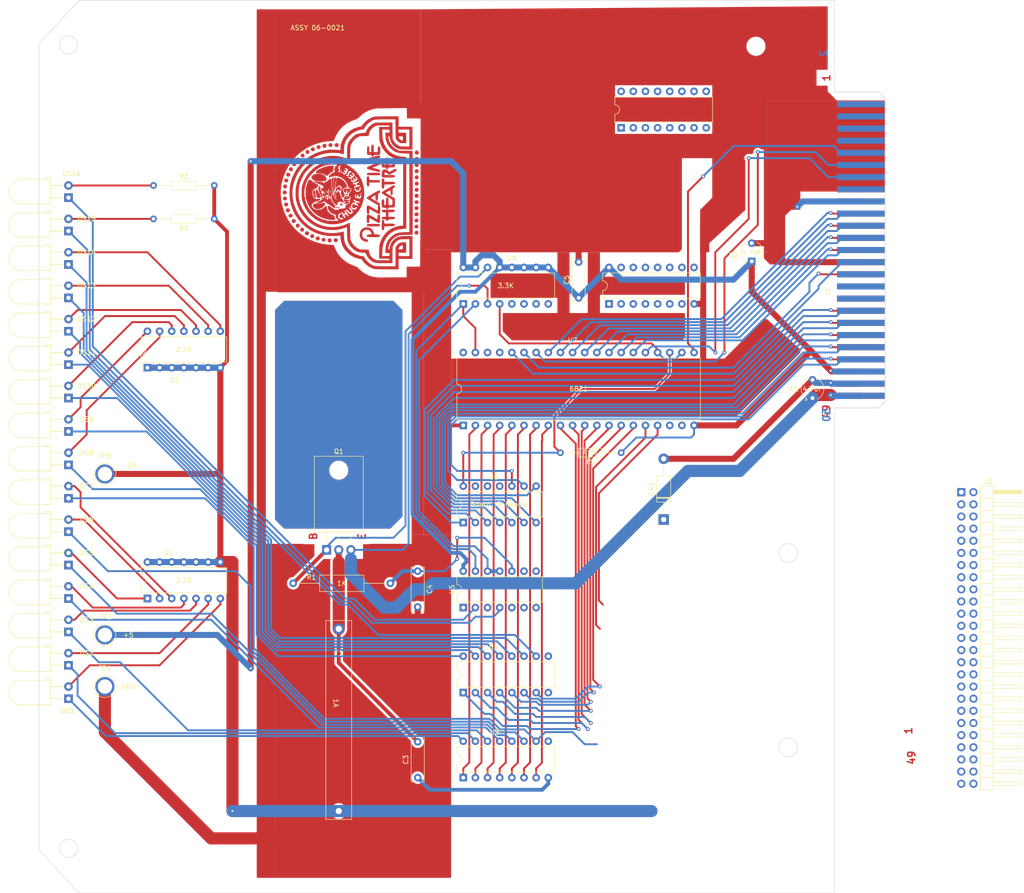
<source format=kicad_pcb>
(kicad_pcb (version 20221018) (generator pcbnew)
  (layers (0 "F.Cu" signal) (31 "B.Cu" signal) (34 "B.Paste" user) (35 "F.Paste" user) (36 "B.SilkS" user "B.Silkscreen") (37 "F.SilkS" user "F.Silkscreen") (38 "B.Mask" user) (39 "F.Mask" user) (44 "Edge.Cuts" user))
  (net 0 "")
  (net 6 "Net-(C4-Pad1)")
  (net 14 "aux1_AGC")
  (net 15 "aux2_AGC")
  (net 18 "unconnected-(U14-R3.1-Pad3)")
  (net 19 "GND")
  (net 22 "R2R_audio_AGC")
  (net 23 "BGOUT_AGC")
  (net 24 "R{slash}~{W}")
  (net 25 "~{MRST}")
  (net 26 "PHI2")
  (net 27 "-12V")
  (net 28 "12V")
  (net 29 "DBB0")
  (net 30 "DBB1")
  (net 31 "DBB2")
  (net 32 "DBB3")
  (net 33 "DBB4")
  (net 34 "DBB5")
  (net 35 "DBB6")
  (net 36 "DBB7")
  (net 37 "BA0")
  (net 38 "BA1")
  (net 39 "BA2")
  (net 40 "BA3")
  (net 41 "BS11")
  (net 42 "BS12")
  (net 43 "BS13")
  (net 44 "BS1")
  (net 45 "BS2")
  (net 46 "BS3")
  (net 47 "BS4")
  (net 48 "BS5")
  (net 49 "BS6")
  (net 50 "BS7")
  (net 51 "BS8")
  (net 52 "BS9")
  (net 53 "BS10")
  (net 54 "5V")
  (net 55 "24R")
  (net 56 "24V")
  (net 63 "Net-(DS1-A)")
  (net 64 "Net-(DS2-A)")
  (net 65 "Net-(DS3-A)")
  (net 66 "Net-(DS4-A)")
  (net 67 "Net-(DS5-A)")
  (net 68 "Net-(DS6-A)")
  (net 69 "Net-(DS7-A)")
  (net 70 "Net-(DS8-A)")
  (net 71 "Net-(DS9-A)")
  (net 72 "Net-(DS10-A)")
  (net 73 "Net-(DS11-A)")
  (net 74 "Net-(DS12-A)")
  (net 75 "Net-(DS13-A)")
  (net 76 "Net-(DS14-A)")
  (net 81 "PB6")
  (net 82 "PB7")
  (net 83 "CB2")
  (net 84 "CS")
  (net 85 "CA2")
  (net 86 "PA0")
  (net 87 "PA1")
  (net 88 "PA2")
  (net 89 "PA3")
  (net 90 "PA4")
  (net 91 "PA5")
  (net 92 "PA6")
  (net 93 "PA7")
  (net 94 "PB0")
  (net 95 "PB1")
  (net 96 "PB2")
  (net 97 "PB3")
  (net 98 "PB4")
  (net 99 "PB5")
  (net 100 "Net-(Q1-C)")
  (net 101 "24Vout")
  (net 102 "24Vpu")
  (net 103 "Net-(U6-Pin_14)")
  (net 104 "5Vpu")
  (net 105 "A0out")
  (net 106 "A1out")
  (net 107 "A2out")
  (net 108 "A3out")
  (net 109 "A4out")
  (net 110 "A5out")
  (net 111 "A6out")
  (net 112 "A7out")
  (net 113 "B0out")
  (net 114 "B1out")
  (net 115 "B2out")
  (net 116 "B3out")
  (net 117 "B4out")
  (net 118 "B5out")
  (net 131 "unconnected-(U16-R7.2-Pad10)")
  (net 138 "Net-(DS15-A)")
  (net 139 "Net-(DS16-A)")
  (net 140 "B6out")
  (net 141 "B7out")
  (footprint "Package_DIP:DIP-16_W7.62mm" (layer "F.Cu") (at 106.68 162.56 90)
    (fp_text reference "U3")
    (fp_text value "ULN2003A" hide)
  )
  (footprint "TestPoint:TestPoint_Plated_Hole_D3.0mm" (layer "F.Cu") (at 31.75 99.06)
    (fp_text reference "TP5")
    (fp_text value "24")
  )
  (footprint "TestPoint:TestPoint_Plated_Hole_D3.0mm" (layer "F.Cu") (at 31.75 132.715)
    (fp_text reference "TP2")
    (fp_text value "+5")
  )
  (footprint "Evan's parts:LED_D5.0mm_Horizontal_O3.81mm_Z15.0mm reversed" (layer "F.Cu") (at 24.13 129.54 -90)
    (fp_text reference "DS3")
    (fp_text value "LED")
  )
  (footprint "Package_DIP:DIP-14_W7.62mm" (layer "F.Cu") (at 106.68 109.22 90)
    (fp_text reference "U6")
    (fp_text value "Board ID header")
  )
  (footprint "Evan's parts:LED_D5.0mm_Horizontal_O3.81mm_Z15.0mm reversed" (layer "F.Cu") (at 24.13 66.675 -90)
    (fp_text reference "DS12")
    (fp_text value "LED")
  )
  (footprint "Connector_PinHeader_2.54mm:PinHeader_2x25_P2.54mm_Horizontal" (layer "F.Cu") (at 210.82 102.87)
    (fp_text reference "J2")
    (fp_text value "light connector")
  )
  (footprint "Capacitor_THT:C_Rect_L9.0mm_W2.5mm_P7.50mm_MKT" (layer "F.Cu") (at 97.155 119.38 -90)
    (fp_text reference "C4")
    (fp_text value "10nF")
  )
  (footprint "Evan's parts:CP_Radial_Tantal_D4mm_P3.81mm" (layer "F.Cu") (at 179.705 83.185 90)
    (fp_text reference "C1")
    (fp_text value "4.7uF")
  )
  (footprint "Package_DIP:DIP-16_W7.62mm" (layer "F.Cu") (at 139.7 26.67 90)
    (fp_text reference "U16" hide)
    (fp_text value "Unused DIP" hide)
  )
  (footprint "Package_DIP:DIP-14_W7.62mm" (layer "F.Cu") (at 40.64 76.835 90)
    (fp_text reference "U2")
    (fp_text value "2.2K")
  )
  (footprint "Evan's parts:LED_D5.0mm_Horizontal_O3.81mm_Z15.0mm reversed" (layer "F.Cu") (at 24.13 59.69 -90)
    (fp_text reference "DS13")
    (fp_text value "LED")
  )
  (footprint "Evan's parts:LED_D5.0mm_Horizontal_O3.81mm_Z15.0mm reversed" (layer "F.Cu") (at 24.13 87.63 -90)
    (fp_text reference "DS9")
    (fp_text value "LED")
  )
  (footprint "Package_DIP:DIP-16_W7.62mm" (layer "F.Cu") (at 106.68 63.5 90)
    (fp_text reference "U8")
    (fp_text value "3.3K")
  )
  (footprint "Resistor_THT:R_Axial_DIN0309_L9.0mm_D3.2mm_P20.32mm_Horizontal" (layer "F.Cu") (at 71.12 121.92)
    (fp_text reference "R1")
    (fp_text value "1K")
  )
  (footprint "Evan's parts:LED_D5.0mm_Horizontal_O3.81mm_Z15.0mm reversed" (layer "F.Cu") (at 24.13 45.72 -90)
    (fp_text reference "DS15")
    (fp_text value "LED")
  )
  (footprint "Capacitor_THT:C_Rect_L9.0mm_W2.5mm_P7.50mm_MKT" (layer "F.Cu") (at 97.155 162.56 90)
    (fp_text reference "C3")
    (fp_text value "10nF")
  )
  (footprint "Evan's parts:R_Axial_DIN0204_L3.6mm_D1.6mm_P12.7mm_Horizontal" (layer "F.Cu") (at 44.45 38.735)
    (fp_text reference "R3")
    (fp_text value "2.2K")
  )
  (footprint "Evan's parts:LED_D5.0mm_Horizontal_O3.81mm_Z15.0mm reversed" (layer "F.Cu") (at 24.13 115.57 -90)
    (fp_text reference "DS5")
    (fp_text value "LED")
  )
  (footprint "Package_DIP:DIP-40_W15.24mm" (layer "F.Cu") (at 106.68 88.9 90)
    (fp_text reference "U7")
    (fp_text value "6821")
  )
  (footprint "Evan's parts:LED_D5.0mm_Horizontal_O3.81mm_Z15.0mm reversed" (layer "F.Cu") (at 24.13 122.555 -90)
    (fp_text reference "DS4")
    (fp_text value "LED")
  )
  (footprint "Evan's parts:PTT white" (layer "F.Cu") (at 83.185 41.275 90)
    (fp_text reference "G***" hide)
    (fp_text value "LOGO" hide)
  )
  (footprint "Package_DIP:DIP-16_W7.62mm" (layer "F.Cu") (at 137.16 63.5 90)
    (fp_text reference "U14" hide)
    (fp_text value "Unused DIP" hide)
  )
  (footprint "Capacitor_THT:C_Rect_L9.0mm_W2.5mm_P7.50mm_MKT" (layer "F.Cu") (at 130.81 62.23 90)
    (fp_text reference "C5")
    (fp_text value "10nF")
  )
  (footprint "Package_DIP:DIP-16_W7.62mm" (layer "F.Cu") (at 106.68 144.78 90)
    (fp_text reference "U4")
    (fp_text value "ULN2003A" hide)
  )
  (footprint "Evan's parts:R_Axial_DIN0204_L3.6mm_D1.6mm_P12.7mm_Horizontal" (layer "F.Cu") (at 137.16 94.615 180)
    (fp_text reference "R4")
    (fp_text value "4.7K")
  )
  (footprint "Fuse:Fuseholder_Littelfuse_445_030_series_5x30mm" (layer "F.Cu") (at 80.645 131.445 -90)
    (fp_text reference "F1")
    (fp_text value "1A")
  )
  (footprint "Evan's parts:LED_D5.0mm_Horizontal_O3.81mm_Z15.0mm reversed" (layer "F.Cu") (at 24.13 80.645 -90)
    (fp_text reference "DS10")
    (fp_text value "LED")
  )
  (footprint "Evan's parts:CP_Radial_Tantal_D4mm_P3.81mm" (layer "F.Cu") (at 167.005 54.61 90)
    (fp_text reference "C2")
    (fp_text value "4.7uF")
  )
  (footprint "Evan's parts:LED_D5.0mm_Horizontal_O3.81mm_Z15.0mm reversed" (layer "F.Cu") (at 24.13 52.705 -90)
    (fp_text reference "DS14")
    (fp_text value "LED")
  )
  (footprint "Evan's parts:LED_D5.0mm_Horizontal_O3.81mm_Z15.0mm reversed" (layer "F.Cu") (at 24.13 73.66 -90)
    (fp_text reference "DS11")
    (fp_text value "LED")
  )
  (footprint "Evan's parts:LED_D5.0mm_Horizontal_O3.81mm_Z15.0mm reversed" (layer "F.Cu") (at 24.13 101.6 -90)
    (fp_text reference "DS7")
    (fp_text value "LED")
  )
  (footprint "TestPoint:TestPoint_Plated_Hole_D3.0mm" (layer "F.Cu") (at 31.75 143.51)
    (fp_text reference "TP1")
    (fp_text value "GND")
  )
  (footprint "Evan's parts:R_Axial_DIN0204_L3.6mm_D1.6mm_P12.7mm_Horizontal" (layer "F.Cu") (at 44.45 45.72)
    (fp_text reference "R2")
    (fp_text value "2.2K")
  )
  (footprint "Evan's parts:Chuck_E_Cheese_small_card_edge" (layer "F.Cu") (at 189.81 21.75 90)
    (fp_text reference "J1")
    (fp_text value "card edge")
    (fp_line (start -63.5 3.81) (end -63.5 -5.49) (stroke (width 0.12)) (layer "Edge.Cuts"))
    (fp_line (start -62.23 5.08) (end -63.5 3.81) (stroke (width 0.12)) (layer "Edge.Cuts"))
    (fp_line (start -62.23 5.08) (end 1.27 5.08) (stroke (width 0.12)) (layer "Edge.Cuts"))
    (fp_line (start 2.54 3.81) (end 1.27 5.08) (stroke (width 0.12)) (layer "Edge.Cuts"))
    (fp_line (start 2.54 3.81) (end 2.54 -5.49) (stroke (width 0.12)) (layer "Edge.Cuts"))
  )
  (footprint "Package_DIP:DIP-14_W7.62mm" (layer "F.Cu") (at 106.68 127 90)
    (fp_text reference "U5")
    (fp_text value "7406")
  )
  (footprint "Package_DIP:DIP-14_W7.62mm" (layer "F.Cu") (at 40.64 125.095 90)
    (fp_text reference "U1")
    (fp_text value "2.2K")
  )
  (footprint "Evan's parts:LED_D5.0mm_Horizontal_O3.81mm_Z15.0mm reversed" (layer "F.Cu") (at 24.13 143.51 -90)
    (fp_text reference "DS1")
    (fp_text value "LED")
  )
  (footprint "Diode_THT:D_DO-41_SOD81_P12.70mm_Horizontal" (layer "F.Cu") (at 148.59 108.585 90)
    (fp_text reference "CR1")
    (fp_text value "1N4001" hide)
  )
  (footprint "Evan's parts:LED_D5.0mm_Horizontal_O3.81mm_Z15.0mm reversed" (layer "F.Cu") (at 24.13 38.735 -90)
    (fp_text reference "DS16")
    (fp_text value "LED")
  )
  (footprint "Evan's parts:LED_D5.0mm_Horizontal_O3.81mm_Z15.0mm reversed" (layer "F.Cu") (at 24.13 136.525 -90)
    (fp_text reference "DS2")
    (fp_text value "LED")
  )
  (footprint "Evan's parts:LED_D5.0mm_Horizontal_O3.81mm_Z15.0mm reversed" (layer "F.Cu") (at 24.13 108.585 -90)
    (fp_text reference "DS6")
    (fp_text value "LED")
  )
  (footprint "Package_TO_SOT_THT:TO-220-3_Horizontal_TabDown" (layer "F.Cu") (at 78.105 114.935)
    (fp_text reference "Q1")
    (fp_text value "2N6125")
  )
  (footprint "Evan's parts:LED_D5.0mm_Horizontal_O3.81mm_Z15.0mm reversed" (layer "F.Cu") (at 24.13 94.615 -90)
    (fp_text reference "DS8")
    (fp_text value "LED")
  )
  (gr_line (start 26.34 0) (end 184.32 0) (stroke (width 0.1)) (layer "Edge.Cuts"))
  (gr_line (start 184.32 19.21) (end 184.32 0) (stroke (width 0.1)) (layer "Edge.Cuts"))
  (gr_line (start 184.32 85.25) (end 184.32 186.69) (stroke (width 0.1)) (layer "Edge.Cuts"))
  (gr_line (start 17.95 177.66) (end 26.34 186.69) (stroke (width 0.1)) (layer "Edge.Cuts"))
  (gr_line (start 17.95 177.66) (end 17.95 9.14) (stroke (width 0.1)) (layer "Edge.Cuts"))
  (gr_circle (center 24.14 9.36) (end 26.04 9.36) (stroke (width 0.1)) (fill none) (layer "Edge.Cuts"))
  (gr_circle (center 24.14 177.33) (end 26.04 177.33) (stroke (width 0.1)) (fill none) (layer "Edge.Cuts"))
  (gr_circle (center 174.625 156.21) (end 176.595 156.21) (stroke (width 0.1)) (fill none) (layer "Edge.Cuts"))
  (gr_circle (center 167.88 9.63) (end 169.85 9.63) (stroke (width 0.1)) (fill none) (layer "Edge.Cuts"))
  (gr_line (start 184.32 186.69) (end 26.34 186.69) (stroke (width 0.1)) (layer "Edge.Cuts"))
  (gr_circle (center 174.625 115.57) (end 176.595 115.57) (stroke (width 0.1)) (fill none) (layer "Edge.Cuts"))
  (gr_line (start 17.95 9.14) (end 26.34 0) (stroke (width 0.1)) (layer "Edge.Cuts"))
  (gr_text "1" (at 200.66 153.67 90) (layer "F.Cu") (effects (font (size 1.5 1.5) (thickness 0.3) bold) (justify left bottom)))
  (gr_text "E" (at 86.36 113.03 90) (layer "F.Cu") (effects (font (size 1.5 1.5) (thickness 0.3) bold) (justify left bottom)))
  (gr_text "49" (at 201.295 160.02 90) (layer "F.Cu") (effects (font (size 1.5 1.5) (thickness 0.3) bold) (justify left bottom)))
  (gr_text "B" (at 76.2 113.03 90) (layer "F.Cu") (effects (font (size 1.5 1.5) (thickness 0.3) bold) (justify left bottom)))
  (gr_text "1" (at 183.515 17.145 90) (layer "F.Cu") (effects (font (size 1.5 1.5) (thickness 0.3) bold) (justify left bottom)))
  (gr_text "49" (at 183.515 87.63 90) (layer "F.Cu") (effects (font (size 1.5 1.5) (thickness 0.3) bold) (justify left bottom)))
  (gr_text "50" (at 183.515 85.09 90) (layer "B.Cu") (effects (font (size 1.5 1.5) (thickness 0.3) bold) (justify left bottom mirror)))
  (gr_text "2" (at 182.88 10.16 90) (layer "B.Cu") (effects (font (size 1.5 1.5) (thickness 0.3) bold) (justify left bottom mirror)))
  (gr_text "ASSY 06-0021" (at 70.485 6.35) (layer "F.SilkS") (effects (font (size 1 1)) (justify left bottom)))
  (segment (start 105.41 116.84) (end 105.41 112.395) (width 0.4) (layer "F.Cu") (net 6))
  (via (at 105.41 112.395) (size 0.8) (drill 0.4) (layers "F.Cu" "B.Cu") (net 6))
  (via (at 105.41 116.84) (size 0.8) (drill 0.4) (layers "F.Cu" "B.Cu") (net 6))
  (segment (start 105.41 112.395) (end 111.125 112.395) (width 0.4) (layer "B.Cu") (net 6))
  (segment (start 97.155 119.38) (end 102.87 119.38) (width 0.4) (layer "B.Cu") (net 6))
  (segment (start 91.44 121.92) (end 93.98 119.38) (width 0.8) (layer "B.Cu") (net 6))
  (segment (start 93.98 119.38) (end 97.155 119.38) (width 0.8) (layer "B.Cu") (net 6))
  (segment (start 102.87 119.38) (end 105.41 116.84) (width 0.4) (layer "B.Cu") (net 6))
  (segment (start 111.125 112.395) (end 116.84 118.11) (width 0.4) (layer "B.Cu") (net 6))
  (segment (start 116.84 118.11) (end 116.84 119.38) (width 0.4) (layer "B.Cu") (net 6))
  (segment (start 142.24 63.5) (end 142.24 64.135) (width 0.4) (layer "F.Cu") (net 18))
  (segment (start 189.81 21.75) (end 183.675 21.75) (width 0.4) (layer "F.Cu") (net 19))
  (segment (start 154.94 63.5) (end 156.845 63.5) (width 1.27) (layer "F.Cu") (net 19))
  (segment (start 53.975 175.26) (end 73.66 175.26) (width 2.54) (layer "F.Cu") (net 19))
  (segment (start 79.411484 20.283516) (end 76.798516 22.896484) (width 1.27) (layer "F.Cu") (net 19))
  (segment (start 156.845 63.5) (end 156.845 52.07) (width 1.27) (layer "F.Cu") (net 19))
  (segment (start 189.81 26.83) (end 183.675 26.83) (width 0.4) (layer "F.Cu") (net 19))
  (segment (start 103.41 29.21) (end 98.257032 24.057032) (width 1.27) (layer "F.Cu") (net 19))
  (segment (start 189.81 24.29) (end 183.675 24.29) (width 0.4) (layer "F.Cu") (net 19))
  (segment (start 183.675 24.29) (end 183.515 24.13) (width 0.4) (layer "F.Cu") (net 19))
  (segment (start 189.81 54.77) (end 172.88 54.77) (width 1.27) (layer "F.Cu") (net 19))
  (segment (start 78.105 28.575) (end 78.105 24.202968) (width 0.25) (layer "F.Cu") (net 19))
  (segment (start 189.81 29.37) (end 183.675 29.37) (width 0.4) (layer "F.Cu") (net 19))
  (segment (start 156.845 63.5) (end 156.845 78.105) (width 1.27) (layer "F.Cu") (net 19))
  (segment (start 106.68 88.9) (end 101.6 88.9) (width 0.8) (layer "F.Cu") (net 19))
  (segment (start 31.75 153.035) (end 53.975 175.26) (width 2.54) (layer "F.Cu") (net 19))
  (segment (start 183.675 26.83) (end 183.515 26.67) (width 0.4) (layer "F.Cu") (net 19))
  (segment (start 183.675 21.75) (end 183.515 21.59) (width 0.4) (layer "F.Cu") (net 19))
  (segment (start 97.155 126.88) (end 97.155 129.54) (width 1.27) (layer "F.Cu") (net 19))
  (segment (start 156.845 52.07) (end 156.845 46.99) (width 1.27) (layer "F.Cu") (net 19))
  (segment (start 167.005 50.8) (end 171.45 50.8) (width 1.27) (layer "F.Cu") (net 19))
  (segment (start 183.675 29.37) (end 183.515 29.21) (width 0.4) (layer "F.Cu") (net 19))
  (segment (start 130.81 54.73) (end 130.81 51.435) (width 1.27) (layer "F.Cu") (net 19))
  (segment (start 31.75 143.51) (end 31.75 153.035) (width 2.54) (layer "F.Cu") (net 19))
  (segment (start 78.105 24.202968) (end 76.798516 22.896484) (width 0.25) (layer "F.Cu") (net 19))
  (via (at 176.53 43.18) (size 0.8) (drill 0.4) (layers "F.Cu" "B.Cu") (net 19))
  (segment (start 177.64 42.07) (end 176.53 43.18) (width 1.27) (layer "B.Cu") (net 19))
  (segment (start 189.81 42.07) (end 177.64 42.07) (width 1.27) (layer "B.Cu") (net 19))
  (segment (start 154.94 73.025) (end 154.94 73.66) (width 0.4) (layer "F.Cu") (net 24))
  (segment (start 153.67 71.755) (end 154.94 73.025) (width 0.4) (layer "F.Cu") (net 24))
  (segment (start 156.845 36.83) (end 153.67 40.005) (width 0.4) (layer "F.Cu") (net 24))
  (segment (start 153.67 40.005) (end 153.67 71.755) (width 0.4) (layer "F.Cu") (net 24))
  (via (at 156.845 36.83) (size 0.8) (drill 0.4) (layers "F.Cu" "B.Cu") (net 24))
  (segment (start 163.195 30.48) (end 184.15 30.48) (width 0.4) (layer "B.Cu") (net 24))
  (segment (start 185.58 31.91) (end 189.81 31.91) (width 0.4) (layer "B.Cu") (net 24))
  (segment (start 184.15 30.48) (end 185.58 31.91) (width 0.4) (layer "B.Cu") (net 24))
  (segment (start 156.845 36.83) (end 163.195 30.48) (width 0.4) (layer "B.Cu") (net 24))
  (segment (start 168.275 31.75) (end 168.275 46.99) (width 0.4) (layer "F.Cu") (net 25))
  (segment (start 168.275 46.99) (end 161.29 53.975) (width 0.4) (layer "F.Cu") (net 25))
  (segment (start 161.29 73.66) (end 161.29 53.975) (width 0.4) (layer "F.Cu") (net 25))
  (via (at 161.29 73.66) (size 0.8) (drill 0.4) (layers "F.Cu" "B.Cu") (net 25))
  (via (at 168.275 31.75) (size 0.8) (drill 0.4) (layers "F.Cu" "B.Cu") (net 25))
  (segment (start 159.385 75.565) (end 161.29 73.66) (width 0.4) (layer "B.Cu") (net 25))
  (segment (start 180.34 31.75) (end 168.275 31.75) (width 0.4) (layer "B.Cu") (net 25))
  (segment (start 121.92 73.66) (end 123.825 75.565) (width 0.4) (layer "B.Cu") (net 25))
  (segment (start 189.81 34.45) (end 183.04 34.45) (width 0.4) (layer "B.Cu") (net 25))
  (segment (start 183.04 34.45) (end 180.34 31.75) (width 0.4) (layer "B.Cu") (net 25))
  (segment (start 123.825 75.565) (end 159.385 75.565) (width 0.4) (layer "B.Cu") (net 25))
  (segment (start 159.385 52.705) (end 159.385 73.66) (width 0.4) (layer "F.Cu") (net 26))
  (segment (start 166.37 45.72) (end 159.385 52.705) (width 0.4) (layer "F.Cu") (net 26))
  (segment (start 166.37 33.02) (end 166.37 45.72) (width 0.4) (layer "F.Cu") (net 26))
  (via (at 166.37 33.02) (size 0.8) (drill 0.4) (layers "F.Cu" "B.Cu") (net 26))
  (via (at 159.385 73.66) (size 0.8) (drill 0.4) (layers "F.Cu" "B.Cu") (net 26))
  (segment (start 189.81 36.99) (end 183.04 36.99) (width 0.4) (layer "B.Cu") (net 26))
  (segment (start 144.78 73.66) (end 146.05 72.39) (width 0.4) (layer "B.Cu") (net 26))
  (segment (start 183.04 36.99) (end 179.07 33.02) (width 0.4) (layer "B.Cu") (net 26))
  (segment (start 146.05 72.39) (end 158.115 72.39) (width 0.4) (layer "B.Cu") (net 26))
  (segment (start 179.07 33.02) (end 166.37 33.02) (width 0.4) (layer "B.Cu") (net 26))
  (segment (start 158.115 72.39) (end 159.385 73.66) (width 0.4) (layer "B.Cu") (net 26))
  (segment (start 183.675 44.61) (end 183.515 44.45) (width 0.4) (layer "F.Cu") (net 29))
  (segment (start 189.81 44.61) (end 183.675 44.61) (width 0.4) (layer "F.Cu") (net 29))
  (via (at 183.515 44.45) (size 0.8) (drill 0.4) (layers "F.Cu" "B.Cu") (net 29))
  (segment (start 131.445 66.675) (end 124.46 73.66) (width 0.4) (layer "B.Cu") (net 29))
  (segment (start 182.88 44.45) (end 160.655 66.675) (width 0.4) (layer "B.Cu") (net 29))
  (segment (start 160.655 66.675) (end 131.445 66.675) (width 0.4) (layer "B.Cu") (net 29))
  (segment (start 183.515 44.45) (end 182.88 44.45) (width 0.4) (layer "B.Cu") (net 29))
  (segment (start 133.35 67.31) (end 127 73.66) (width 0.4) (layer "B.Cu") (net 30))
  (segment (start 185.895 44.61) (end 184.785 45.72) (width 0.4) (layer "B.Cu") (net 30))
  (segment (start 189.81 44.61) (end 185.895 44.61) (width 0.4) (layer "B.Cu") (net 30))
  (segment (start 184.785 45.72) (end 182.88 45.72) (width 0.4) (layer "B.Cu") (net 30))
  (segment (start 161.29 67.31) (end 133.35 67.31) (width 0.4) (layer "B.Cu") (net 30))
  (segment (start 182.88 45.72) (end 161.29 67.31) (width 0.4) (layer "B.Cu") (net 30))
  (segment (start 183.675 47.15) (end 183.515 46.99) (width 0.4) (layer "F.Cu") (net 31))
  (segment (start 189.81 47.15) (end 183.675 47.15) (width 0.4) (layer "F.Cu") (net 31))
  (via (at 183.515 46.99) (size 0.8) (drill 0.4) (layers "F.Cu" "B.Cu") (net 31))
  (segment (start 135.255 67.945) (end 129.54 73.66) (width 0.4) (layer "B.Cu") (net 31))
  (segment (start 182.88 46.99) (end 161.925 67.945) (width 0.4) (layer "B.Cu") (net 31))
  (segment (start 161.925 67.945) (end 135.255 67.945) (width 0.4) (layer "B.Cu") (net 31))
  (segment (start 183.515 46.99) (end 182.88 46.99) (width 0.4) (layer "B.Cu") (net 31))
  (segment (start 184.785 48.26) (end 182.88 48.26) (width 0.4) (layer "B.Cu") (net 32))
  (segment (start 162.525 68.615) (end 137.125 68.615) (width 0.4) (layer "B.Cu") (net 32))
  (segment (start 185.895 47.15) (end 184.785 48.26) (width 0.4) (layer "B.Cu") (net 32))
  (segment (start 189.81 47.15) (end 185.895 47.15) (width 0.4) (layer "B.Cu") (net 32))
  (segment (start 182.88 48.26) (end 162.525 68.615) (width 0.4) (layer "B.Cu") (net 32))
  (segment (start 137.125 68.615) (end 132.08 73.66) (width 0.4) (layer "B.Cu") (net 32))
  (segment (start 183.675 49.69) (end 183.515 49.53) (width 0.4) (layer "F.Cu") (net 33))
  (segment (start 189.81 49.69) (end 183.675 49.69) (width 0.4) (layer "F.Cu") (net 33))
  (via (at 183.515 49.53) (size 0.8) (drill 0.4) (layers "F.Cu" "B.Cu") (net 33))
  (segment (start 163.195 69.215) (end 139.065 69.215) (width 0.4) (layer "B.Cu") (net 33))
  (segment (start 183.515 49.53) (end 182.88 49.53) (width 0.4) (layer "B.Cu") (net 33))
  (segment (start 182.88 49.53) (end 163.195 69.215) (width 0.4) (layer "B.Cu") (net 33))
  (segment (start 139.065 69.215) (end 134.62 73.66) (width 0.4) (layer "B.Cu") (net 33))
  (segment (start 189.81 49.69) (end 185.895 49.69) (width 0.4) (layer "B.Cu") (net 34))
  (segment (start 185.895 49.69) (end 184.785 50.8) (width 0.4) (layer "B.Cu") (net 34))
  (segment (start 140.97 69.85) (end 137.16 73.66) (width 0.4) (layer "B.Cu") (net 34))
  (segment (start 163.83 69.85) (end 140.97 69.85) (width 0.4) (layer "B.Cu") (net 34))
  (segment (start 182.88 50.8) (end 163.83 69.85) (width 0.4) (layer "B.Cu") (net 34))
  (segment (start 184.785 50.8) (end 182.88 50.8) (width 0.4) (layer "B.Cu") (net 34))
  (segment (start 189.81 52.23) (end 183.675 52.23) (width 0.4) (layer "F.Cu") (net 35))
  (segment (start 183.675 52.23) (end 183.515 52.07) (width 0.4) (layer "F.Cu") (net 35))
  (via (at 183.515 52.07) (size 0.8) (drill 0.4) (layers "F.Cu" "B.Cu") (net 35))
  (segment (start 142.875 70.485) (end 139.7 73.66) (width 0.4) (layer "B.Cu") (net 35))
  (segment (start 183.515 52.07) (end 182.88 52.07) (width 0.4) (layer "B.Cu") (net 35))
  (segment (start 164.465 70.485) (end 142.875 70.485) (width 0.4) (layer "B.Cu") (net 35))
  (segment (start 182.88 52.07) (end 164.465 70.485) (width 0.4) (layer "B.Cu") (net 35))
  (segment (start 185.895 52.23) (end 184.785 53.34) (width 0.4) (layer "B.Cu") (net 36))
  (segment (start 165.1 71.12) (end 144.78 71.12) (width 0.4) (layer "B.Cu") (net 36))
  (segment (start 184.785 53.34) (end 182.88 53.34) (width 0.4) (layer "B.Cu") (net 36))
  (segment (start 182.88 53.34) (end 165.1 71.12) (width 0.4) (layer "B.Cu") (net 36))
  (segment (start 144.78 71.12) (end 142.24 73.66) (width 0.4) (layer "B.Cu") (net 36))
  (segment (start 189.81 52.23) (end 185.895 52.23) (width 0.4) (layer "B.Cu") (net 36))
  (segment (start 121.285 78.105) (end 116.84 73.66) (width 0.4) (layer "B.Cu") (net 37))
  (segment (start 180.975 59.69) (end 180.975 60.325) (width 0.4) (layer "B.Cu") (net 37))
  (segment (start 185.26 55.405) (end 180.975 59.69) (width 0.4) (layer "B.Cu") (net 37))
  (segment (start 189.81 54.77) (end 185.26 54.77) (width 0.4) (layer "B.Cu") (net 37))
  (segment (start 180.975 60.325) (end 163.195 78.105) (width 0.4) (layer "B.Cu") (net 37))
  (segment (start 163.195 78.105) (end 121.285 78.105) (width 0.4) (layer "B.Cu") (net 37))
  (segment (start 185.26 54.77) (end 185.26 55.405) (width 0.4) (layer "B.Cu") (net 37))
  (segment (start 180.975 57.15) (end 181.135 57.31) (width 0.4) (layer "F.Cu") (net 38))
  (segment (start 181.135 57.31) (end 189.81 57.31) (width 0.4) (layer "F.Cu") (net 38))
  (via (at 180.975 57.15) (size 0.8) (drill 0.4) (layers "F.Cu" "B.Cu") (net 38))
  (segment (start 179.07 59.055) (end 180.975 57.15) (width 0.4) (layer "B.Cu") (net 38))
  (segment (start 122.555 76.835) (end 163.195 76.835) (width 0.4) (layer "B.Cu") (net 38))
  (segment (start 179.07 60.96) (end 179.07 59.055) (width 0.4) (layer "B.Cu") (net 38))
  (segment (start 119.38 73.66) (end 122.555 76.835) (width 0.4) (layer "B.Cu") (net 38))
  (segment (start 163.195 76.835) (end 179.07 60.96) (width 0.4) (layer "B.Cu") (net 38))
  (segment (start 189.81 64.93) (end 183.675 64.93) (width 0.4) (layer "F.Cu") (net 44))
  (segment (start 183.675 64.93) (end 183.515 64.77) (width 0.4) (layer "F.Cu") (net 44))
  (via (at 183.515 64.77) (size 0.8) (drill 0.4) (layers "F.Cu" "B.Cu") (net 44))
  (segment (start 104.14 109.22) (end 98.67 103.75) (width 0.4) (layer "B.Cu") (net 44))
  (segment (start 98.67 85.48) (end 104.775 79.375) (width 0.4) (layer "B.Cu") (net 44))
  (segment (start 104.775 79.375) (end 163.195 79.375) (width 0.4) (layer "B.Cu") (net 44))
  (segment (start 98.67 103.75) (end 98.67 85.48) (width 0.4) (layer "B.Cu") (net 44))
  (segment (start 163.195 79.375) (end 177.8 64.77) (width 0.4) (layer "B.Cu") (net 44))
  (segment (start 106.68 109.22) (end 104.14 109.22) (width 0.4) (layer "B.Cu") (net 44))
  (segment (start 177.8 64.77) (end 183.515 64.77) (width 0.4) (layer "B.Cu") (net 44))
  (segment (start 163.195 80.645) (end 177.8 66.04) (width 0.4) (layer "B.Cu") (net 45))
  (segment (start 107.315 107.315) (end 103.505 107.315) (width 0.4) (layer "B.Cu") (net 45))
  (segment (start 99.27 103.08) (end 99.27 86.15) (width 0.4) (layer "B.Cu") (net 45))
  (segment (start 99.27 86.15) (end 104.775 80.645) (width 0.4) (layer "B.Cu") (net 45))
  (segment (start 185.895 64.93) (end 189.81 64.93) (width 0.4) (layer "B.Cu") (net 45))
  (segment (start 177.8 66.04) (end 184.785 66.04) (width 0.4) (layer "B.Cu") (net 45))
  (segment (start 109.22 109.22) (end 107.315 107.315) (width 0.4) (layer "B.Cu") (net 45))
  (segment (start 103.505 107.315) (end 99.27 103.08) (width 0.4) (layer "B.Cu") (net 45))
  (segment (start 104.775 80.645) (end 163.195 80.645) (width 0.4) (layer "B.Cu") (net 45))
  (segment (start 184.785 66.04) (end 185.895 64.93) (width 0.4) (layer "B.Cu") (net 45))
  (segment (start 183.675 67.47) (end 183.515 67.31) (width 0.4) (layer "F.Cu") (net 46))
  (segment (start 189.81 67.47) (end 183.675 67.47) (width 0.4) (layer "F.Cu") (net 46))
  (via (at 183.515 67.31) (size 0.8) (drill 0.4) (layers "F.Cu" "B.Cu") (net 46))
  (segment (start 111.76 109.22) (end 109.22 106.68) (width 0.4) (layer "B.Cu") (net 46))
  (segment (start 99.87 86.82) (end 104.775 81.915) (width 0.4) (layer "B.Cu") (net 46))
  (segment (start 104.14 106.68) (end 99.87 102.41) (width 0.4) (layer "B.Cu") (net 46))
  (segment (start 163.195 81.915) (end 177.8 67.31) (width 0.4) (layer "B.Cu") (net 46))
  (segment (start 99.87 102.41) (end 99.87 86.82) (width 0.4) (layer "B.Cu") (net 46))
  (segment (start 177.8 67.31) (end 183.515 67.31) (width 0.4) (layer "B.Cu") (net 46))
  (segment (start 104.775 81.915) (end 163.195 81.915) (width 0.4) (layer "B.Cu") (net 46))
  (segment (start 109.22 106.68) (end 104.14 106.68) (width 0.4) (layer "B.Cu") (net 46))
  (segment (start 189.81 67.47) (end 185.895 67.47) (width 0.4) (layer "B.Cu") (net 47))
  (segment (start 184.785 68.58) (end 177.8 68.58) (width 0.4) (layer "B.Cu") (net 47))
  (segment (start 111.125 106.045) (end 114.3 109.22) (width 0.4) (layer "B.Cu") (net 47))
  (segment (start 100.47 101.959112) (end 104.555888 106.045) (width 0.4) (layer "B.Cu") (net 47))
  (segment (start 100.47 87.478832) (end 100.47 101.959112) (width 0.4) (layer "B.Cu") (net 47))
  (segment (start 104.775 83.185) (end 104.035 83.925) (width 0.4) (layer "B.Cu") (net 47))
  (segment (start 177.8 68.58) (end 163.195 83.185) (width 0.4) (layer "B.Cu") (net 47))
  (segment (start 104.023832 83.925) (end 100.47 87.478832) (width 0.4) (layer "B.Cu") (net 47))
  (segment (start 185.895 67.47) (end 184.785 68.58) (width 0.4) (layer "B.Cu") (net 47))
  (segment (start 163.195 83.185) (end 104.775 83.185) (width 0.4) (layer "B.Cu") (net 47))
  (segment (start 104.035 83.925) (end 104.023832 83.925) (width 0.4) (layer "B.Cu") (net 47))
  (segment (start 104.555888 106.045) (end 111.125 106.045) (width 0.4) (layer "B.Cu") (net 47))
  (segment (start 189.81 70.01) (end 183.675 70.01) (width 0.4) (layer "F.Cu") (net 48))
  (segment (start 183.675 70.01) (end 183.515 69.85) (width 0.4) (layer "F.Cu") (net 48))
  (via (at 183.515 69.85) (size 0.8) (drill 0.4) (layers "F.Cu" "B.Cu") (net 48))
  (segment (start 104.769416 105.41) (end 113.03 105.41) (width 0.4) (layer "B.Cu") (net 48))
  (segment (start 101.07 101.710584) (end 104.769416 105.41) (width 0.4) (layer "B.Cu") (net 48))
  (segment (start 183.515 69.85) (end 177.8 69.85) (width 0.4) (layer "B.Cu") (net 48))
  (segment (start 113.03 105.41) (end 116.84 109.22) (width 0.4) (layer "B.Cu") (net 48))
  (segment (start 163.125 84.525) (end 104.27236 84.525) (width 0.4) (layer "B.Cu") (net 48))
  (segment (start 101.07 87.72736) (end 101.07 101.710584) (width 0.4) (layer "B.Cu") (net 48))
  (segment (start 177.8 69.85) (end 163.125 84.525) (width 0.4) (layer "B.Cu") (net 48))
  (segment (start 104.27236 84.525) (end 101.07 87.72736) (width 0.4) (layer "B.Cu") (net 48))
  (segment (start 184.785 71.12) (end 177.8 71.12) (width 0.4) (layer "B.Cu") (net 49))
  (segment (start 189.81 70.01) (end 185.895 70.01) (width 0.4) (layer "B.Cu") (net 49))
  (segment (start 163.83 85.09) (end 163.83 85.125) (width 0.4) (layer "B.Cu") (net 49))
  (segment (start 114.935 104.775) (end 119.38 109.22) (width 0.4) (layer "B.Cu") (net 49))
  (segment (start 104.982944 104.775) (end 114.935 104.775) (width 0.4) (layer "B.Cu") (net 49))
  (segment (start 101.67 87.975888) (end 101.67 101.462056) (width 0.4) (layer "B.Cu") (net 49))
  (segment (start 104.520888 85.125) (end 101.67 87.975888) (width 0.4) (layer "B.Cu") (net 49))
  (segment (start 177.8 71.12) (end 163.83 85.09) (width 0.4) (layer "B.Cu") (net 49))
  (segment (start 163.83 85.125) (end 104.520888 85.125) (width 0.4) (layer "B.Cu") (net 49))
  (segment (start 101.67 101.462056) (end 104.982944 104.775) (width 0.4) (layer "B.Cu") (net 49))
  (segment (start 185.895 70.01) (end 184.785 71.12) (width 0.4) (layer "B.Cu") (net 49))
  (segment (start 189.81 72.55) (end 183.675 72.55) (width 0.4) (layer "F.Cu") (net 50))
  (segment (start 183.675 72.55) (end 183.515 72.39) (width 0.4) (layer "F.Cu") (net 50))
  (via (at 183.515 72.39) (size 0.8) (drill 0.4) (layers "F.Cu" "B.Cu") (net 50))
  (segment (start 183.515 72.39) (end 177.8 72.39) (width 0.4) (layer "B.Cu") (net 50))
  (segment (start 164.465 85.725) (end 104.769416 85.725) (width 0.4) (layer "B.Cu") (net 50))
  (segment (start 177.8 72.39) (end 164.465 85.725) (width 0.4) (layer "B.Cu") (net 50))
  (segment (start 104.769416 85.725) (end 102.27 88.224416) (width 0.4) (layer "B.Cu") (net 50))
  (segment (start 102.27 101.213528) (end 105.196472 104.14) (width 0.4) (layer "B.Cu") (net 50))
  (segment (start 102.27 88.224416) (end 102.27 101.213528) (width 0.4) (layer "B.Cu") (net 50))
  (segment (start 105.196472 104.14) (end 116.84 104.14) (width 0.4) (layer "B.Cu") (net 50))
  (segment (start 116.84 104.14) (end 121.92 109.22) (width 0.4) (layer "B.Cu") (net 50))
  (segment (start 189.81 72.55) (end 185.895 72.55) (width 0.4) (layer "B.Cu") (net 51))
  (segment (start 120.015 103.505) (end 121.92 101.6) (width 0.4) (layer "B.Cu") (net 51))
  (segment (start 185.895 72.55) (end 184.785 73.66) (width 0.4) (layer "B.Cu") (net 51))
  (segment (start 102.87 100.965) (end 105.41 103.505) (width 0.4) (layer "B.Cu") (net 51))
  (segment (start 104.912944 86.43) (end 102.87 88.472944) (width 0.4) (layer "B.Cu") (net 51))
  (segment (start 184.785 73.66) (end 177.8 73.66) (width 0.4) (layer "B.Cu") (net 51))
  (segment (start 165.03 86.43) (end 104.912944 86.43) (width 0.4) (layer "B.Cu") (net 51))
  (segment (start 177.8 73.66) (end 165.03 86.43) (width 0.4) (layer "B.Cu") (net 51))
  (segment (start 102.87 88.472944) (end 102.87 100.965) (width 0.4) (layer "B.Cu") (net 51))
  (segment (start 105.41 103.505) (end 120.015 103.505) (width 0.4) (layer "B.Cu") (net 51))
  (segment (start 183.675 75.09) (end 183.515 74.93) (width 0.4) (layer "F.Cu") (net 52))
  (segment (start 189.81 75.09) (end 183.675 75.09) (width 0.4) (layer "F.Cu") (net 52))
  (via (at 183.515 74.93) (size 0.8) (drill 0.4) (layers "F.Cu" "B.Cu") (net 52))
  (segment (start 105.161472 87.03) (end 103.505 88.686472) (width 0.4) (layer "B.Cu") (net 52))
  (segment (start 165.7 87.03) (end 105.161472 87.03) (width 0.4) (layer "B.Cu") (net 52))
  (segment (start 103.505 98.425) (end 105.41 100.33) (width 0.4) (layer "B.Cu") (net 52))
  (segment (start 105.41 100.33) (end 118.11 100.33) (width 0.4) (layer "B.Cu") (net 52))
  (segment (start 118.11 100.33) (end 119.38 101.6) (width 0.4) (layer "B.Cu") (net 52))
  (segment (start 177.8 74.93) (end 165.7 87.03) (width 0.4) (layer "B.Cu") (net 52))
  (segment (start 183.515 74.93) (end 177.8 74.93) (width 0.4) (layer "B.Cu") (net 52))
  (segment (start 103.505 88.686472) (end 103.505 98.425) (width 0.4) (layer "B.Cu") (net 52))
  (segment (start 116.84 98.425) (end 116.84 101.6) (width 0.4) (layer "F.Cu") (net 53))
  (via (at 116.84 98.425) (size 0.8) (drill 0.4) (layers "F.Cu" "B.Cu") (net 53))
  (segment (start 185.895 75.09) (end 184.785 76.2) (width 0.4) (layer "B.Cu") (net 53))
  (segment (start 104.14 88.9) (end 104.14 97.155) (width 0.4) (layer "B.Cu") (net 53))
  (segment (start 105.41 98.425) (end 116.84 98.425) (width 0.4) (layer "B.Cu") (net 53))
  (segment (start 177.8 76.2) (end 166.37 87.63) (width 0.4) (layer "B.Cu") (net 53))
  (segment (start 166.37 87.63) (end 105.41 87.63) (width 0.4) (layer "B.Cu") (net 53))
  (segment (start 104.14 97.155) (end 105.41 98.425) (width 0.4) (layer "B.Cu") (net 53))
  (segment (start 105.41 87.63) (end 104.14 88.9) (width 0.4) (layer "B.Cu") (net 53))
  (segment (start 184.785 76.2) (end 177.8 76.2) (width 0.4) (layer "B.Cu") (net 53))
  (segment (start 189.81 75.09) (end 185.895 75.09) (width 0.4) (layer "B.Cu") (net 53))
  (segment (start 183.515 77.47) (end 183.675 77.63) (width 1.27) (layer "F.Cu") (net 54))
  (segment (start 167.005 60.96) (end 167.005 57.785) (width 1.27) (layer "F.Cu") (net 54))
  (segment (start 167.005 57.785) (end 167.005 54.61) (width 1.27) (layer "F.Cu") (net 54))
  (segment (start 183.515 77.47) (end 179.3875 73.3425) (width 1.27) (layer "F.Cu") (net 54))
  (segment (start 189.81 77.63) (end 183.675 77.63) (width 1.27) (layer "F.Cu") (net 54))
  (segment (start 179.3875 73.3425) (end 167.005 60.96) (width 1.27) (layer "F.Cu") (net 54))
  (segment (start 62.23 33.655) (end 62.23 139.7) (width 1.27) (layer "F.Cu") (net 54))
  (segment (start 163.83 88.9) (end 179.3875 73.3425) (width 1.27) (layer "F.Cu") (net 54))
  (segment (start 154.94 88.9) (end 163.83 88.9) (width 1.27) (layer "F.Cu") (net 54))
  (via (at 62.23 33.655) (size 0.8) (drill 0.4) (layers "F.Cu" "B.Cu") (net 54))
  (via (at 62.23 139.7) (size 0.8) (drill 0.4) (layers "F.Cu" "B.Cu") (net 54))
  (via (at 183.515 77.47) (size 0.8) (drill 0.4) (layers "F.Cu" "B.Cu") (net 54))
  (segment (start 110.49 53.34) (end 109.22 54.61) (width 1.27) (layer "B.Cu") (net 54))
  (segment (start 113.03 53.34) (end 110.49 53.34) (width 1.27) (layer "B.Cu") (net 54))
  (segment (start 104.14 33.655) (end 106.68 36.195) (width 1.27) (layer "B.Cu") (net 54))
  (segment (start 106.045 60.96) (end 96.05 70.955) (width 0.8) (layer "B.Cu") (net 54))
  (segment (start 106.68 118.11) (end 106.68 119.38) (width 0.8) (layer "B.Cu") (net 54))
  (segment (start 130.81 62.23) (end 124.46 55.88) (width 1.27) (layer "B.Cu") (net 54))
  (segment (start 163.195 58.42) (end 167.005 54.61) (width 1.27) (layer "B.Cu") (net 54))
  (segment (start 107.315 117.475) (end 106.68 118.11) (width 0.8) (layer "B.Cu") (net 54))
  (segment (start 106.68 36.195) (end 106.68 55.88) (width 1.27) (layer "B.Cu") (net 54))
  (segment (start 142.875 91.44) (end 154.305 91.44) (width 0.4) (layer "B.Cu") (net 54))
  (segment (start 124.46 55.88) (end 114.3 55.88) (width 1.27) (layer "B.Cu") (net 54))
  (segment (start 104.14 115.57) (end 106.045 115.57) (width 0.8) (layer "B.Cu") (net 54))
  (segment (start 189.81 77.63) (end 184.31 77.63) (width 1.27) (layer "B.Cu") (net 54))
  (segment (start 96.05 107.48) (end 104.14 115.57) (width 0.8) (layer "B.Cu") (net 54))
  (segment (start 109.22 54.61) (end 109.22 55.88) (width 1.27) (layer "B.Cu") (net 54))
  (segment (start 106.045 115.57) (end 107.315 116.84) (width 0.8) (layer "B.Cu") (net 54))
  (segment (start 154.305 91.44) (end 154.94 90.805) (width 0.4) (layer "B.Cu") (net 54))
  (segment (start 107.315 116.84) (end 107.315 117.475) (width 0.8) (layer "B.Cu") (net 54))
  (segment (start 62.23 139.7) (end 55.245 132.715) (width 1.27) (layer "B.Cu") (net 54))
  (segment (start 62.23 33.655) (end 104.14 33.655) (width 1.27) (layer "B.Cu") (net 54))
  (segment (start 137.16 55.88) (end 139.7 58.42) (width 1.27) (layer "B.Cu") (net 54))
  (segment (start 109.22 55.88) (end 106.68 55.88) (width 1.27) (layer "B.Cu") (net 54))
  (segment (start 139.7 94.615) (end 142.875 91.44) (width 0.4) (layer "B.Cu") (net 54))
  (segment (start 154.94 90.805) (end 154.94 88.9) (width 0.4) (layer "B.Cu") (net 54))
  (segment (start 137.16 55.88) (end 130.81 62.23) (width 1.27) (layer "B.Cu") (net 54))
  (segment (start 114.3 55.88) (end 109.22 60.96) (width 0.8) (layer "B.Cu") (net 54))
  (segment (start 114.3 54.61) (end 113.03 53.34) (width 1.27) (layer "B.Cu") (net 54))
  (segment (start 114.3 55.88) (end 114.3 54.61) (width 1.27) (layer "B.Cu") (net 54))
  (segment (start 139.7 58.42) (end 163.195 58.42) (width 1.27) (layer "B.Cu") (net 54))
  (segment (start 109.22 60.96) (end 106.045 60.96) (width 0.8) (layer "B.Cu") (net 54))
  (segment (start 31.75 132.715) (end 55.245 132.715) (width 1.27) (layer "B.Cu") (net 54))
  (segment (start 96.05 70.955) (end 96.05 107.48) (width 0.8) (layer "B.Cu") (net 54))
  (segment (start 163.195 95.885) (end 148.59 95.885) (width 1.27) (layer "F.Cu") (net 55))
  (segment (start 183.515 80.01) (end 180.34 80.01) (width 1.27) (layer "F.Cu") (net 55))
  (segment (start 179.705 79.375) (end 163.195 95.885) (width 1.27) (layer "F.Cu") (net 55))
  (segment (start 189.81 80.17) (end 183.675 80.17) (width 1.27) (layer "F.Cu") (net 55))
  (segment (start 180.34 80.01) (end 179.705 79.375) (width 1.27) (layer "F.Cu") (net 55))
  (segment (start 183.675 80.17) (end 183.515 80.01) (width 1.27) (layer "F.Cu") (net 55))
  (via (at 183.515 80.01) (size 0.8) (drill 0.4) (layers "F.Cu" "B.Cu") (net 55))
  (segment (start 99.695 165.1) (end 123.19 165.1) (width 0.8) (layer "B.Cu") (net 55))
  (segment (start 189.81 80.17) (end 183.675 80.17) (width 1.27) (layer "B.Cu") (net 55))
  (segment (start 180.34 80.01) (end 183.515 80.01) (width 1.27) (layer "B.Cu") (net 55))
  (segment (start 124.46 163.83) (end 124.46 162.56) (width 0.8) (layer "B.Cu") (net 55))
  (segment (start 123.19 165.1) (end 124.46 163.83) (width 0.8) (layer "B.Cu") (net 55))
  (segment (start 179.705 79.375) (end 180.34 80.01) (width 1.27) (layer "B.Cu") (net 55))
  (segment (start 97.155 162.56) (end 99.695 165.1) (width 0.8) (layer "B.Cu") (net 55))
  (segment (start 183.675 80.17) (end 183.515 80.01) (width 1.27) (layer "B.Cu") (net 55))
  (segment (start 107.95 59.69) (end 111.125 59.69) (width 0.4) (layer "F.Cu") (net 56))
  (segment (start 111.76 60.325) (end 111.76 63.5) (width 0.4) (layer "F.Cu") (net 56))
  (segment (start 183.515 82.55) (end 180.34 82.55) (width 2.54) (layer "F.Cu") (net 56))
  (segment (start 111.125 59.69) (end 111.76 60.325) (width 0.4) (layer "F.Cu") (net 56))
  (segment (start 183.675 82.71) (end 183.515 82.55) (width 1.27) (layer "F.Cu") (net 56))
  (segment (start 180.34 82.55) (end 179.705 83.185) (width 2.54) (layer "F.Cu") (net 56))
  (segment (start 189.81 82.71) (end 183.675 82.71) (width 1.27) (layer "F.Cu") (net 56))
  (via (at 107.95 59.69) (size 0.8) (drill 0.4) (layers "F.Cu" "B.Cu") (net 56))
  (via (at 183.515 82.55) (size 0.8) (drill 0.4) (layers "F.Cu" "B.Cu") (net 56))
  (segment (start 83.185 116.84) (end 83.185 120.015) (width 2.54) (layer "B.Cu") (net 56))
  (segment (start 184.785 82.71) (end 183.675 82.71) (width 1.27) (layer "B.Cu") (net 56))
  (segment (start 92.71 127) (end 96.52 123.19) (width 2.54) (layer "B.Cu") (net 56))
  (segment (start 189.81 82.71) (end 184.785 82.71) (width 1.27) (layer "B.Cu") (net 56))
  (segment (start 153.67 98.425) (end 164.465 98.425) (width 2.54) (layer "B.Cu") (net 56))
  (segment (start 105.41 59.69) (end 95.25 69.85) (width 0.4) (layer "B.Cu") (net 56))
  (segment (start 90.17 127) (end 92.71 127) (width 2.54) (layer "B.Cu") (net 56))
  (segment (start 83.185 120.015) (end 90.17 127) (width 2.54) (layer "B.Cu") (net 56))
  (segment (start 107.95 59.69) (end 105.41 59.69) (width 0.4) (layer "B.Cu") (net 56))
  (segment (start 96.52 123.19) (end 99.06 123.19) (width 2.54) (layer "B.Cu") (net 56))
  (segment (start 100.33 121.92) (end 130.175 121.92) (width 2.54) (layer "B.Cu") (net 56))
  (segment (start 83.185 114.935) (end 83.185 116.84) (width 1.27) (layer "B.Cu") (net 56))
  (segment (start 95.25 113.665) (end 93.98 114.935) (width 0.4) (layer "B.Cu") (net 56))
  (segment (start 164.465 98.425) (end 179.705 83.185) (width 2.54) (layer "B.Cu") (net 56))
  (segment (start 130.175 121.92) (end 153.67 98.425) (width 2.54) (layer "B.Cu") (net 56))
  (segment (start 95.25 69.85) (end 95.25 113.665) (width 0.4) (layer "B.Cu") (net 56))
  (segment (start 183.675 82.71) (end 183.515 82.55) (width 1.27) (layer "B.Cu") (net 56))
  (segment (start 99.06 123.19) (end 100.33 121.92) (width 2.54) (layer "B.Cu") (net 56))
  (segment (start 93.98 114.935) (end 83.185 114.935) (width 0.4) (layer "B.Cu") (net 56))
  (segment (start 24.13 143.51) (end 28.575 139.065) (width 0.4) (layer "F.Cu") (net 63))
  (segment (start 28.575 139.065) (end 43.18 139.065) (width 0.4) (layer "F.Cu") (net 63))
  (segment (start 55.88 126.365) (end 55.88 125.095) (width 0.4) (layer "F.Cu") (net 63))
  (segment (start 43.18 139.065) (end 55.88 126.365) (width 0.4) (layer "F.Cu") (net 63))
  (segment (start 43.18 136.525) (end 53.34 126.365) (width 0.4) (layer "F.Cu") (net 64))
  (segment (start 24.13 136.525) (end 43.18 136.525) (width 0.4) (layer "F.Cu") (net 64))
  (segment (start 53.34 126.365) (end 53.34 125.095) (width 0.4) (layer "F.Cu") (net 64))
  (segment (start 24.13 129.54) (end 25.4 129.54) (width 0.4) (layer "F.Cu") (net 65))
  (segment (start 50.8 126.365) (end 50.8 125.095) (width 0.4) (layer "F.Cu") (net 65))
  (segment (start 25.4 129.54) (end 27.305 127.635) (width 0.4) (layer "F.Cu") (net 65))
  (segment (start 27.305 127.635) (end 49.53 127.635) (width 0.4) (layer "F.Cu") (net 65))
  (segment (start 49.53 127.635) (end 50.8 126.365) (width 0.4) (layer "F.Cu") (net 65))
  (segment (start 47.625 127) (end 48.26 126.365) (width 0.4) (layer "F.Cu") (net 66))
  (segment (start 24.13 122.555) (end 24.765 122.555) (width 0.4) (layer "F.Cu") (net 66))
  (segment (start 24.765 122.555) (end 29.21 127) (width 0.4) (layer "F.Cu") (net 66))
  (segment (start 29.21 127) (end 47.625 127) (width 0.4) (layer "F.Cu") (net 66))
  (segment (start 48.26 126.365) (end 48.26 125.095) (width 0.4) (layer "F.Cu") (net 66))
  (segment (start 34.29 125.095) (end 40.64 125.095) (width 0.4) (layer "F.Cu") (net 67))
  (segment (start 24.13 115.57) (end 24.765 115.57) (width 0.4) (layer "F.Cu") (net 67))
  (segment (start 24.765 115.57) (end 34.29 125.095) (width 0.4) (layer "F.Cu") (net 67))
  (segment (start 24.3 116.205) (end 24.765 116.205) (width 0.4) (layer "B.Cu") (net 67))
  (segment (start 43.18 124.46) (end 43.18 125.095) (width 0.4) (layer "F.Cu") (net 68))
  (segment (start 24.13 108.585) (end 27.305 108.585) (width 0.4) (layer "F.Cu") (net 68))
  (segment (start 27.305 108.585) (end 43.18 124.46) (width 0.4) (layer "F.Cu") (net 68))
  (segment (start 25.4 101.6) (end 24.13 101.6) (width 0.4) (layer "F.Cu") (net 69))
  (segment (start 26.67 106.045) (end 26.67 102.87) (width 0.4) (layer "F.Cu") (net 69))
  (segment (start 26.67 102.87) (end 25.4 101.6) (width 0.4) (layer "F.Cu") (net 69))
  (segment (start 45.72 125.095) (end 26.67 106.045) (width 0.4) (layer "F.Cu") (net 69))
  (segment (start 24.3 102.235) (end 24.765 102.235) (width 0.4) (layer "B.Cu") (net 69))
  (segment (start 27.94 90.805) (end 27.94 85.725) (width 0.4) (layer "F.Cu") (net 70))
  (segment (start 43.18 70.485) (end 43.18 69.215) (width 0.4) (layer "F.Cu") (net 70))
  (segment (start 24.13 94.615) (end 27.94 90.805) (width 0.4) (layer "F.Cu") (net 70))
  (segment (start 27.94 85.725) (end 43.18 70.485) (width 0.4) (layer "F.Cu") (net 70))
  (segment (start 24.3 95.42) (end 24.3 95.25) (width 0.4) (layer "B.Cu") (net 70))
  (segment (start 24.13 87.63) (end 26.67 85.09) (width 0.4) (layer "F.Cu") (net 71))
  (segment (start 26.67 85.09) (end 26.67 83.185) (width 0.4) (layer "F.Cu") (net 71))
  (segment (start 26.67 83.185) (end 40.64 69.215) (width 0.4) (layer "F.Cu") (net 71))
  (segment (start 24.13 80.645) (end 37.465 67.31) (width 0.4) (layer "F.Cu") (net 72))
  (segment (start 45.085 67.31) (end 45.72 67.945) (width 0.4) (layer "F.Cu") (net 72))
  (segment (start 45.72 67.945) (end 45.72 69.215) (width 0.4) (layer "F.Cu") (net 72))
  (segment (start 37.465 67.31) (end 45.085 67.31) (width 0.4) (layer "F.Cu") (net 72))
  (segment (start 48.26 67.945) (end 48.26 69.215) (width 0.4) (layer "F.Cu") (net 73))
  (segment (start 31.75 66.04) (end 46.355 66.04) (width 0.4) (layer "F.Cu") (net 73))
  (segment (start 46.355 66.04) (end 48.26 67.945) (width 0.4) (layer "F.Cu") (net 73))
  (segment (start 24.13 73.66) (end 31.75 66.04) (width 0.4) (layer "F.Cu") (net 73))
  (segment (start 26.035 64.77) (end 47.625 64.77) (width 0.4) (layer "F.Cu") (net 74))
  (segment (start 24.13 66.675) (end 26.035 64.77) (width 0.4) (layer "F.Cu") (net 74))
  (segment (start 50.8 67.945) (end 50.8 69.215) (width 0.4) (layer "F.Cu") (net 74))
  (segment (start 47.625 64.77) (end 50.8 67.945) (width 0.4) (layer "F.Cu") (net 74))
  (segment (start 53.34 67.945) (end 53.34 69.215) (width 0.4) (layer "F.Cu") (net 75))
  (segment (start 24.13 59.69) (end 45.085 59.69) (width 0.4) (layer "F.Cu") (net 75))
  (segment (start 45.085 59.69) (end 53.34 67.945) (width 0.4) (layer "F.Cu") (net 75))
  (segment (start 24.13 52.705) (end 40.64 52.705) (width 0.4) (layer "F.Cu") (net 76))
  (segment (start 55.88 67.945) (end 55.88 69.215) (width 0.4) (layer "F.Cu") (net 76))
  (segment (start 40.64 52.705) (end 55.88 67.945) (width 0.4) (layer "F.Cu") (net 76))
  (segment (start 144.78 91.44) (end 134.445 101.775) (width 0.4) (layer "F.Cu") (net 81))
  (segment (start 134.445 101.775) (end 134.445 130.635) (width 0.4) (layer "F.Cu") (net 81))
  (segment (start 134.445 130.635) (end 135.255 131.445) (width 0.4) (layer "F.Cu") (net 81))
  (segment (start 144.78 88.9) (end 144.78 91.44) (width 0.4) (layer "F.Cu") (net 81))
  (segment (start 135.045 125.52) (end 135.89 126.365) (width 0.4) (layer "F.Cu") (net 82))
  (segment (start 147.32 88.9) (end 147.32 90.805) (width 0.4) (layer "F.Cu") (net 82))
  (segment (start 147.32 90.805) (end 135.045 103.08) (width 0.4) (layer "F.Cu") (net 82))
  (segment (start 135.045 103.08) (end 135.045 125.52) (width 0.4) (layer "F.Cu") (net 82))
  (segment (start 116.205 71.755) (end 114.3 69.85) (width 0.4) (layer "F.Cu") (net 84))
  (segment (start 152.4 73.66) (end 152.4 73.025) (width 0.4) (layer "F.Cu") (net 84))
  (segment (start 147.32 73.66) (end 147.32 73.025) (width 0.4) (layer "F.Cu") (net 84))
  (segment (start 147.32 73.025) (end 146.05 71.755) (width 0.4) (layer "F.Cu") (net 84))
  (segment (start 114.3 69.85) (end 114.3 63.5) (width 0.4) (layer "F.Cu") (net 84))
  (segment (start 146.05 71.755) (end 116.205 71.755) (width 0.4) (layer "F.Cu") (net 84))
  (segment (start 151.13 74.93) (end 148.59 74.93) (width 0.4) (layer "B.Cu") (net 84))
  (segment (start 148.59 74.93) (end 147.32 73.66) (width 0.4) (layer "B.Cu") (net 84))
  (segment (start 152.4 73.66) (end 151.13 74.93) (width 0.4) (layer "B.Cu") (net 84))
  (segment (start 109.22 68.58) (end 106.68 66.04) (width 0.4) (layer "F.Cu") (net 85))
  (segment (start 109.22 73.66) (end 109.22 68.58) (width 0.4) (layer "F.Cu") (net 85))
  (segment (start 106.68 66.04) (end 106.68 63.5) (width 0.4) (layer "F.Cu") (net 85))
  (segment (start 96.85 73.33) (end 96.85 107.14863) (width 0.4) (layer "B.Cu") (net 85))
  (segment (start 106.68 63.5) (end 96.85 73.33) (width 0.4) (layer "B.Cu") (net 85))
  (segment (start 104.47137 114.77) (end 107.785 114.77) (width 0.4) (layer "B.Cu") (net 85))
  (segment (start 109.22 116.205) (end 109.22 119.38) (width 0.4) (layer "B.Cu") (net 85))
  (segment (start 107.785 114.77) (end 109.22 116.205) (width 0.4) (layer "B.Cu") (net 85))
  (segment (start 96.85 107.14863) (end 104.47137 114.77) (width 0.4) (layer "B.Cu") (net 85))
  (segment (start 107.95 90.805) (end 107.95 159.385) (width 0.4) (layer "F.Cu") (net 86))
  (segment (start 107.95 159.385) (end 106.68 160.655) (width 0.4) (layer "F.Cu") (net 86))
  (segment (start 106.68 160.655) (end 106.68 162.56) (width 0.4) (layer "F.Cu") (net 86))
  (segment (start 109.22 88.9) (end 109.22 89.535) (width 0.4) (layer "F.Cu") (net 86))
  (segment (start 109.22 89.535) (end 107.95 90.805) (width 0.4) (layer "F.Cu") (net 86))
  (segment (start 109.22 160.655) (end 110.49 159.385) (width 0.4) (layer "F.Cu") (net 87))
  (segment (start 109.22 162.56) (end 109.22 160.655) (width 0.4) (layer "F.Cu") (net 87))
  (segment (start 110.49 159.385) (end 110.49 90.805) (width 0.4) (layer "F.Cu") (net 87))
  (segment (start 111.76 89.535) (end 111.76 88.9) (width 0.4) (layer "F.Cu") (net 87))
  (segment (start 110.49 90.805) (end 111.76 89.535) (width 0.4) (layer "F.Cu") (net 87))
  (segment (start 111.76 160.655) (end 111.76 162.56) (width 0.4) (layer "F.Cu") (net 88))
  (segment (start 113.03 90.805) (end 113.03 159.385) (width 0.4) (layer "F.Cu") (net 88))
  (segment (start 114.3 88.9) (end 114.3 89.535) (width 0.4) (layer "F.Cu") (net 88))
  (segment (start 113.03 159.385) (end 111.76 160.655) (width 0.4) (layer "F.Cu") (net 88))
  (segment (start 114.3 89.535) (end 113.03 90.805) (width 0.4) (layer "F.Cu") (net 88))
  (segment (start 116.84 88.9) (end 116.84 89.535) (width 0.4) (layer "F.Cu") (net 89))
  (segment (start 115.57 159.385) (end 114.3 160.655) (width 0.4) (layer "F.Cu") (net 89))
  (segment (start 116.84 89.535) (end 115.57 90.805) (width 0.4) (layer "F.Cu") (net 89))
  (segment (start 114.3 160.655) (end 114.3 162.56) (width 0.4) (layer "F.Cu") (net 89))
  (segment (start 115.57 90.805) (end 115.57 159.385) (width 0.4) (layer "F.Cu") (net 89))
  (segment (start 119.38 89.535) (end 118.11 90.805) (width 0.4) (layer "F.Cu") (net 90))
  (segment (start 118.11 90.805) (end 118.11 159.385) (width 0.4) (layer "F.Cu") (net 90))
  (segment (start 118.11 159.385) (end 116.84 160.655) (width 0.4) (layer "F.Cu") (net 90))
  (segment (start 119.38 88.9) (end 119.38 89.535) (width 0.4) (layer "F.Cu") (net 90))
  (segment (start 116.84 160.655) (end 116.84 162.56) (width 0.4) (layer "F.Cu") (net 90))
  (segment (start 119.38 162.56) (end 119.38 160.655) (width 0.4) (layer "F.Cu") (net 91))
  (segment (start 119.38 160.655) (end 120.65 159.385) (width 0.4) (layer "F.Cu") (net 91))
  (segment (start 121.92 89.535) (end 121.92 88.9) (width 0.4) (layer "F.Cu") (net 91))
  (segment (start 120.65 90.805) (end 121.92 89.535) (width 0.4) (layer "F.Cu") (net 91))
  (segment (start 120.65 159.385) (end 120.65 90.805) (width 0.4) (layer "F.Cu") (net 91))
  (segment (start 123.19 90.805) (end 123.19 92.075) (width 0.4) (layer "F.Cu") (net 92))
  (segment (start 123.12 159.455) (end 121.92 160.655) (width 0.4) (layer "F.Cu") (net 92))
  (segment (start 124.46 88.9) (end 124.46 89.535) (width 0.4) (layer "F.Cu") (net 92))
  (segment (start 124.46 89.535) (end 123.19 90.805) (width 0.4) (layer "F.Cu") (net 92))
  (segment (start 123.12 92.145) (end 123.12 159.455) (width 0.4) (layer "F.Cu") (net 92))
  (segment (start 121.92 160.655) (end 121.92 162.56) (width 0.4) (layer "F.Cu") (net 92))
  (segment (start 123.19 92.075) (end 123.12 92.145) (width 0.4) (layer "F.Cu") (net 92))
  (segment (start 130.21 92.745) (end 130.21 151.8) (width 0.4) (layer "F.Cu") (net 93))
  (segment (start 127 89.535) (end 130.21 92.745) (width 0.4) (layer "F.Cu") (net 93))
  (segment (start 127 88.9) (end 127 89.535) (width 0.4) (layer "F.Cu") (net 93))
  (segment (start 130.21 151.8) (end 130.81 152.4) (width 0.4) (layer "F.Cu") (net 93))
  (via (at 130.81 152.4) (size 0.8) (drill 0.4) (layers "F.Cu" "B.Cu") (net 93))
  (segment (start 120.65 152.4) (end 130.81 152.4) (width 0.4) (layer "B.Cu") (net 93))
  (segment (start 111.125 149.225) (end 112.395 149.225) (width 0.4) (layer "B.Cu") (net 93))
  (segment (start 112.395 149.225) (end 114.935 151.765) (width 0.4) (layer "B.Cu") (net 93))
  (segment (start 120.015 151.765) (end 120.65 152.4) (width 0.4) (layer "B.Cu") (net 93))
  (segment (start 106.68 144.78) (end 111.125 149.225) (width 0.4) (layer "B.Cu") (net 93))
  (segment (start 114.935 151.765) (end 120.015 151.765) (width 0.4) (layer "B.Cu") (net 93))
  (segment (start 130.81 90.805) (end 130.81 150.495) (width 0.4) (layer "F.Cu") (net 94))
  (segment (start 130.81 150.495) (end 132.715 152.4) (width 0.4) (layer "F.Cu") (net 94))
  (segment (start 129.54 88.9) (end 129.54 89.535) (width 0.4) (layer "F.Cu") (net 94))
  (segment (start 129.54 89.535) (end 130.81 90.805) (width 0.4) (layer "F.Cu") (net 94))
  (via (at 132.715 152.4) (size 0.8) (drill 0.4) (layers "F.Cu" "B.Cu") (net 94))
  (segment (start 121.285 151.13) (end 131.445 151.13) (width 0.4) (layer "B.Cu") (net 94))
  (segment (start 120.65 150.495) (end 121.285 151.13) (width 0.4) (layer "B.Cu") (net 94))
  (segment (start 113.665 147.955) (end 116.205 150.495) (width 0.4) (layer "B.Cu") (net 94))
  (segment (start 116.205 150.495) (end 120.65 150.495) (width 0.4) (layer "B.Cu") (net 94))
  (segment (start 109.22 144.78) (end 112.395 147.955) (width 0.4) (layer "B.Cu") (net 94))
  (segment (start 112.395 147.955) (end 113.665 147.955) (width 0.4) (layer "B.Cu") (net 94))
  (segment (start 131.445 151.13) (end 132.715 152.4) (width 0.4) (layer "B.Cu") (net 94))
  (segment (start 131.445 90.17) (end 131.445 149.225) (width 0.4) (layer "F.Cu") (net 95))
  (segment (start 132.08 88.9) (end 132.08 89.535) (width 0.4) (layer "F.Cu") (net 95))
  (segment (start 131.445 149.225) (end 133.35 151.13) (width 0.4) (layer "F.Cu") (net 95))
  (segment (start 132.08 89.535) (end 131.445 90.17) (width 0.4) (layer "F.Cu") (net 95))
  (via (at 133.35 151.13) (size 0.8) (drill 0.4) (layers "F.Cu" "B.Cu") (net 95))
  (segment (start 121.92 149.86) (end 132.08 149.86) (width 0.4) (layer "B.Cu") (net 95))
  (segment (start 121.285 149.225) (end 121.92 149.86) (width 0.4) (layer "B.Cu") (net 95))
  (segment (start 111.76 144.78) (end 113.665 146.685) (width 0.4) (layer "B.Cu") (net 95))
  (segment (start 132.08 149.86) (end 133.35 151.13) (width 0.4) (layer "B.Cu") (net 95))
  (segment (start 114.935 146.685) (end 117.475 149.225) (width 0.4) (layer "B.Cu") (net 95))
  (segment (start 117.475 149.225) (end 121.285 149.225) (width 0.4) (layer "B.Cu") (net 95))
  (segment (start 113.665 146.685) (end 114.935 146.685) (width 0.4) (layer "B.Cu") (net 95))
  (segment (start 132.045 147.285) (end 132.045 92.11) (width 0.4) (layer "F.Cu") (net 96))
  (segment (start 132.045 92.11) (end 134.62 89.535) (width 0.4) (layer "F.Cu") (net 96))
  (segment (start 133.35 148.59) (end 132.045 147.285) (width 0.4) (layer "F.Cu") (net 96))
  (segment (start 134.62 89.535) (end 134.62 88.9) (width 0.4) (layer "F.Cu") (net 96))
  (via (at 133.35 148.59) (size 0.8) (drill 0.4) (layers "F.Cu" "B.Cu") (net 96))
  (segment (start 122.555 148.59) (end 133.35 148.59) (width 0.4) (layer "B.Cu") (net 96))
  (segment (start 121.92 147.955) (end 117.475 147.955) (width 0.4) (layer "B.Cu") (net 96))
  (segment (start 114.3 144.78) (end 117.475 147.955) (width 0.4) (layer "B.Cu") (net 96))
  (segment (start 122.555 148.59) (end 121.92 147.955) (width 0.4) (layer "B.Cu") (net 96))
  (segment (start 137.16 88.9) (end 137.16 89.535) (width 0.4) (layer "F.Cu") (net 97))
  (segment (start 132.645 94.05) (end 132.645 145.98) (width 0.4) (layer "F.Cu") (net 97))
  (segment (start 132.645 145.98) (end 133.35 146.685) (width 0.4) (layer "F.Cu") (net 97))
  (segment (start 137.16 89.535) (end 132.645 94.05) (width 0.4) (layer "F.Cu") (net 97))
  (via (at 133.35 146.685) (size 0.8) (drill 0.4) (layers "F.Cu" "B.Cu") (net 97))
  (segment (start 118.745 146.685) (end 121.92 146.685) (width 0.4) (layer "B.Cu") (net 97))
  (segment (start 116.84 144.78) (end 118.745 146.685) (width 0.4) (layer "B.Cu") (net 97))
  (segment (start 122.555 147.32) (end 132.715 147.32) (width 0.4) (layer "B.Cu") (net 97))
  (segment (start 121.92 146.685) (end 122.555 147.32) (width 0.4) (layer "B.Cu") (net 97))
  (segment (start 132.715 147.32) (end 133.35 146.685) (width 0.4) (layer "B.Cu") (net 97))
  (segment (start 133.245 95.99) (end 133.245 144.04) (width 0.4) (layer "F.Cu") (net 98))
  (segment (start 139.7 88.9) (end 139.7 89.535) (width 0.4) (layer "F.Cu") (net 98))
  (segment (start 139.7 89.535) (end 133.245 95.99) (width 0.4) (layer "F.Cu") (net 98))
  (segment (start 133.245 144.04) (end 133.985 144.78) (width 0.4) (layer "F.Cu") (net 98))
  (via (at 133.985 144.78) (size 0.8) (drill 0.4) (layers "F.Cu" "B.Cu") (net 98))
  (segment (start 130.81 146.685) (end 132.715 144.78) (width 0.4) (layer "B.Cu") (net 98))
  (segment (start 122.341472 146.05) (end 122.976472 146.685) (width 0.4) (layer "B.Cu") (net 98))
  (segment (start 119.38 144.78) (end 120.65 146.05) (width 0.4) (layer "B.Cu") (net 98))
  (segment (start 120.65 146.05) (end 122.341472 146.05) (width 0.4) (layer "B.Cu") (net 98))
  (segment (start 132.715 144.78) (end 133.985 144.78) (width 0.4) (layer "B.Cu") (net 98))
  (segment (start 122.976472 146.685) (end 130.81 146.685) (width 0.4) (layer "B.Cu") (net 98))
  (segment (start 142.24 89.535) (end 133.845 97.93) (width 0.4) (layer "F.Cu") (net 99))
  (segment (start 142.24 88.9) (end 142.24 89.535) (width 0.4) (layer "F.Cu") (net 99))
  (segment (start 133.845 142.1) (end 135.255 143.51) (width 0.4) (layer "F.Cu") (net 99))
  (segment (start 133.845 97.93) (end 133.845 142.1) (width 0.4) (layer "F.Cu") (net 99))
  (via (at 135.255 143.51) (size 0.8) (drill 0.4) (layers "F.Cu" "B.Cu") (net 99))
  (segment (start 130.175 146.05) (end 132.715 143.51) (width 0.4) (layer "B.Cu") (net 99))
  (segment (start 121.92 144.78) (end 123.19 146.05) (width 0.4) (layer "B.Cu") (net 99))
  (segment (start 123.19 146.05) (end 130.175 146.05) (width 0.4) (layer "B.Cu") (net 99))
  (segment (start 132.715 143.51) (end 135.255 143.51) (width 0.4) (layer "B.Cu") (net 99))
  (segment (start 80.645 138.55) (end 97.155 155.06) (width 0.8) (layer "F.Cu") (net 100))
  (segment (start 80.645 114.935) (end 80.645 117.475) (width 1.27) (layer "F.Cu") (net 100))
  (segment (start 80.645 131.445) (end 80.645 138.55) (width 0.8) (layer "F.Cu") (net 100))
  (segment (start 80.645 117.475) (end 80.645 131.445) (width 2.54) (layer "F.Cu") (net 100))
  (segment (start 55.88 99.06) (end 55.88 117.475) (width 1.27) (layer "F.Cu") (net 101))
  (segment (start 57.28 48.39) (end 57.28 75.435) (width 0.8) (layer "F.Cu") (net 101))
  (segment (start 54.61 45.72) (end 57.28 48.39) (width 0.8) (layer "F.Cu") (net 101))
  (segment (start 55.88 76.835) (end 40.64 76.835) (width 1.27) (layer "F.Cu") (net 101))
  (segment (start 54.61 38.735) (end 54.61 45.72) (width 0.8) (layer "F.Cu") (net 101))
  (segment (start 40.64 117.475) (end 55.88 117.475) (width 1.27) (layer "F.Cu") (net 101))
  (segment (start 58.42 117.475) (end 58.42 169.545) (width 2.54) (layer "F.Cu") (net 101))
  (segment (start 57.28 75.435) (end 55.88 76.835) (width 0.8) (layer "F.Cu") (net 101))
  (segment (start 55.88 117.475) (end 58.42 117.475) (width 2.54) (layer "F.Cu") (net 101))
  (segment (start 55.88 76.835) (end 55.88 99.06) (width 1.27) (layer "F.Cu") (net 101))
  (segment (start 31.92 99.06) (end 55.88 99.06) (width 1.27) (layer "F.Cu") (net 101))
  (via (at 58.42 169.545) (size 0.8) (drill 0.4) (layers "F.Cu" "B.Cu") (net 101))
  (segment (start 53.34 76.835) (end 50.8 76.835) (width 1.27) (layer "B.Cu") (net 101))
  (segment (start 45.72 117.475) (end 48.26 117.475) (width 1.27) (layer "B.Cu") (net 101))
  (segment (start 50.8 76.835) (end 48.26 76.835) (width 1.27) (layer "B.Cu") (net 101))
  (segment (start 43.18 76.835) (end 40.64 76.835) (width 1.27) (layer "B.Cu") (net 101))
  (segment (start 40.64 117.475) (end 43.18 117.475) (width 1.27) (layer "B.Cu") (net 101))
  (segment (start 45.72 76.835) (end 43.18 76.835) (width 1.27) (layer "B.Cu") (net 101))
  (segment (start 50.8 117.475) (end 53.34 117.475) (width 1.27) (layer "B.Cu") (net 101))
  (segment (start 48.26 76.835) (end 45.72 76.835) (width 1.27) (layer "B.Cu") (net 101))
  (segment (start 53.34 117.475) (end 55.88 117.475) (width 1.27) (layer "B.Cu") (net 101))
  (segment (start 43.18 117.475) (end 45.72 117.475) (width 1.27) (layer "B.Cu") (net 101))
  (segment (start 55.88 76.835) (end 53.34 76.835) (width 1.27) (layer "B.Cu") (net 101))
  (segment (start 80.645 169.545) (end 146.05 169.545) (width 2.54) (layer "B.Cu") (net 101))
  (segment (start 48.26 117.475) (end 50.8 117.475) (width 1.27) (layer "B.Cu") (net 101))
  (segment (start 80.645 169.545) (end 58.42 169.545) (width 2.54) (layer "B.Cu") (net 101))
  (segment (start 71.12 121.92) (end 78.105 114.935) (width 0.8) (layer "F.Cu") (net 102))
  (segment (start 78.105 114.3) (end 80.01 112.395) (width 0.4) (layer "B.Cu") (net 102))
  (segment (start 94.615 69.215) (end 106.045 57.785) (width 0.4) (layer "B.Cu") (net 102))
  (segment (start 94.615 109.855) (end 94.615 69.215) (width 0.4) (layer "B.Cu") (net 102))
  (segment (start 78.105 114.935) (end 78.105 114.3) (width 0.4) (layer "B.Cu") (net 102))
  (segment (start 92.075 112.395) (end 94.615 109.855) (width 0.4) (layer "B.Cu") (net 102))
  (segment (start 109.855 57.785) (end 111.76 55.88) (width 0.4) (layer "B.Cu") (net 102))
  (segment (start 106.045 57.785) (end 109.855 57.785) (width 0.4) (layer "B.Cu") (net 102))
  (segment (start 80.01 112.395) (end 92.075 112.395) (width 0.4) (layer "B.Cu") (net 102))
  (segment (start 131.445 81.28) (end 146.685 81.28) (width 0.4) (layer "F.Cu") (net 103))
  (segment (start 149.86 78.105) (end 149.86 73.66) (width 0.4) (layer "F.Cu") (net 103))
  (segment (start 146.685 81.28) (end 149.86 78.105) (width 0.4) (layer "F.Cu") (net 103))
  (segment (start 125.73 86.995) (end 131.445 81.28) (width 0.4) (layer "F.Cu") (net 103))
  (segment (start 127 94.615) (end 125.73 93.345) (width 0.4) (layer "F.Cu") (net 103))
  (segment (start 125.73 93.345) (end 125.73 86.995) (width 0.4) (layer "F.Cu") (net 103))
  (segment (start 106.68 101.6) (end 106.68 94.615) (width 0.4) (layer "F.Cu") (net 103))
  (via (at 106.68 94.615) (size 0.8) (drill 0.4) (layers "F.Cu" "B.Cu") (net 103))
  (segment (start 106.68 94.615) (end 127 94.615) (width 0.4) (layer "B.Cu") (net 103))
  (segment (start 97.45 75.27) (end 97.45 106.900102) (width 0.4) (layer "B.Cu") (net 104))
  (segment (start 114.3 119.38) (end 111.76 119.38) (width 0.8) (layer "B.Cu") (net 104))
  (segment (start 111.76 116.84) (end 111.76 119.38) (width 0.4) (layer "B.Cu") (net 104))
  (segment (start 97.45 106.900102) (end 104.719898 114.17) (width 0.4) (layer "B.Cu") (net 104))
  (segment (start 104.719898 114.17) (end 109.09 114.17) (width 0.4) (layer "B.Cu") (net 104))
  (segment (start 109.22 63.5) (end 97.45 75.27) (width 0.4) (layer "B.Cu") (net 104))
  (segment (start 109.09 114.17) (end 111.76 116.84) (width 0.4) (layer "B.Cu") (net 104))
  (segment (start 106.68 154.94) (end 105.6 153.86) (width 0.4) (layer "B.Cu") (net 105))
  (segment (start 105.6 153.86) (end 31.94 153.86) (width 0.4) (layer "B.Cu") (net 105))
  (segment (start 31.94 153.86) (end 24.13 146.05) (width 0.4) (layer "B.Cu") (net 105))
  (segment (start 33.88 153.26) (end 107.54 153.26) (width 0.4) (layer "B.Cu") (net 106))
  (segment (start 26.035 145.415) (end 33.88 153.26) (width 0.4) (layer "B.Cu") (net 106))
  (segment (start 24.13 139.065) (end 26.035 140.97) (width 0.4) (layer "B.Cu") (net 106))
  (segment (start 107.54 153.26) (end 109.22 154.94) (width 0.4) (layer "B.Cu") (net 106))
  (segment (start 26.035 140.97) (end 26.035 145.415) (width 0.4) (layer "B.Cu") (net 106))
  (segment (start 109.48 152.66) (end 111.76 154.94) (width 0.4) (layer "B.Cu") (net 107))
  (segment (start 24.13 132.08) (end 30.48 138.43) (width 0.4) (layer "B.Cu") (net 107))
  (segment (start 30.48 138.43) (end 34.925 138.43) (width 0.4) (layer "B.Cu") (net 107))
  (segment (start 34.925 138.43) (end 49.155 152.66) (width 0.4) (layer "B.Cu") (net 107))
  (segment (start 49.155 152.66) (end 109.48 152.66) (width 0.4) (layer "B.Cu") (net 107))
  (segment (start 28.575 129.54) (end 24.13 125.095) (width 0.4) (layer "B.Cu") (net 108))
  (segment (start 53.975 129.54) (end 28.575 129.54) (width 0.4) (layer "B.Cu") (net 108))
  (segment (start 76.495 152.06) (end 111.42 152.06) (width 0.4) (layer "B.Cu") (net 108))
  (segment (start 111.42 152.06) (end 114.3 154.94) (width 0.4) (layer "B.Cu") (net 108))
  (segment (start 53.975 129.54) (end 76.495 152.06) (width 0.4) (layer "B.Cu") (net 108))
  (segment (start 113.878528 153.67) (end 111.668528 151.46) (width 0.4) (layer "B.Cu") (net 109))
  (segment (start 116.84 154.94) (end 115.57 153.67) (width 0.4) (layer "B.Cu") (net 109))
  (segment (start 34.29 128.27) (end 24.13 118.11) (width 0.4) (layer "B.Cu") (net 109))
  (segment (start 115.57 153.67) (end 113.878528 153.67) (width 0.4) (layer "B.Cu") (net 109))
  (segment (start 111.668528 151.46) (end 77.165 151.46) (width 0.4) (layer "B.Cu") (net 109))
  (segment (start 53.975 128.27) (end 34.29 128.27) (width 0.4) (layer "B.Cu") (net 109))
  (segment (start 77.165 151.46) (end 53.975 128.27) (width 0.4) (layer "B.Cu") (net 109))
  (segment (start 111.917056 150.86) (end 77.413528 150.86) (width 0.4) (layer "B.Cu") (net 110))
  (segment (start 32.385 119.38) (end 24.13 111.125) (width 0.4) (layer "B.Cu") (net 110))
  (segment (start 119.38 154.94) (end 117.51 153.07) (width 0.4) (layer "B.Cu") (net 110))
  (segment (start 77.413528 150.86) (end 62.23 135.676472) (width 0.4) (layer "B.Cu") (net 110))
  (segment (start 117.51 153.07) (end 114.127056 153.07) (width 0.4) (layer "B.Cu") (net 110))
  (segment (start 62.23 135.676472) (end 62.23 122.555) (width 0.4) (layer "B.Cu") (net 110))
  (segment (start 62.23 122.555) (end 59.055 119.38) (width 0.4) (layer "B.Cu") (net 110))
  (segment (start 114.127056 153.07) (end 111.917056 150.86) (width 0.4) (layer "B.Cu") (net 110))
  (segment (start 59.055 119.38) (end 32.385 119.38) (width 0.4) (layer "B.Cu") (net 110))
  (segment (start 112.165584 150.26) (end 77.662056 150.26) (width 0.4) (layer "B.Cu") (net 111))
  (segment (start 129.54 153.035) (end 132.08 155.575) (width 0.4) (layer "B.Cu") (net 111))
  (segment (start 121.92 154.94) (end 119.45 152.47) (width 0.4) (layer "B.Cu") (net 111))
  (segment (start 123.825 153.035) (end 129.54 153.035) (width 0.4) (layer "B.Cu") (net 111))
  (segment (start 62.865 135.462944) (end 62.865 114.3) (width 0.4) (layer "B.Cu") (net 111))
  (segment (start 121.92 154.94) (end 123.825 153.035) (width 0.4) (layer "B.Cu") (net 111))
  (segment (start 114.375584 152.47) (end 112.165584 150.26) (width 0.4) (layer "B.Cu") (net 111))
  (segment (start 52.705 104.14) (end 24.13 104.14) (width 0.4) (layer "B.Cu") (net 111))
  (segment (start 119.45 152.47) (end 114.375584 152.47) (width 0.4) (layer "B.Cu") (net 111))
  (segment (start 77.662056 150.26) (end 62.865 135.462944) (width 0.4) (layer "B.Cu") (net 111))
  (segment (start 132.08 155.575) (end 134.62 155.575) (width 0.4) (layer "B.Cu") (net 111))
  (segment (start 62.865 114.3) (end 52.705 104.14) (width 0.4) (layer "B.Cu") (net 111))
  (segment (start 63.5 114.086472) (end 63.5 132.715) (width 0.4) (layer "B.Cu") (net 112))
  (segment (start 67.945 137.16) (end 106.68 137.16) (width 0.4) (layer "B.Cu") (net 112))
  (segment (start 51.648528 102.235) (end 63.5 114.086472) (width 0.4) (layer "B.Cu") (net 112))
  (segment (start 29.21 102.235) (end 51.648528 102.235) (width 0.4) (layer "B.Cu") (net 112))
  (segment (start 24.13 97.155) (end 29.21 102.235) (width 0.4) (layer "B.Cu") (net 112))
  (segment (start 63.5 132.715) (end 67.945 137.16) (width 0.4) (layer "B.Cu") (net 112))
  (segment (start 107.95 135.89) (end 67.523528 135.89) (width 0.4) (layer "B.Cu") (net 113))
  (segment (start 40.432056 90.17) (end 24.13 90.17) (width 0.4) (layer "B.Cu") (net 113))
  (segment (start 64.1 132.466472) (end 64.1 113.837944) (width 0.4) (layer "B.Cu") (net 113))
  (segment (start 109.22 137.16) (end 107.95 135.89) (width 0.4) (layer "B.Cu") (net 113))
  (segment (start 64.1 113.837944) (end 40.432056 90.17) (width 0.4) (layer "B.Cu") (net 113))
  (segment (start 67.523528 135.89) (end 64.1 132.466472) (width 0.4) (layer "B.Cu") (net 113))
  (segment (start 64.7 132.217944) (end 64.7 113.589416) (width 0.4) (layer "B.Cu") (net 114))
  (segment (start 109.855 135.255) (end 67.737056 135.255) (width 0.4) (layer "B.Cu") (net 114))
  (segment (start 67.737056 135.255) (end 64.7 132.217944) (width 0.4) (layer "B.Cu") (net 114))
  (segment (start 111.76 137.16) (end 109.855 135.255) (width 0.4) (layer "B.Cu") (net 114))
  (segment (start 34.295584 83.185) (end 24.13 83.185) (width 0.4) (layer "B.Cu") (net 114))
  (segment (start 64.7 113.589416) (end 34.295584 83.185) (width 0.4) (layer "B.Cu") (net 114))
  (segment (start 65.3 113.340888) (end 28.159112 76.2) (width 0.4) (layer "B.Cu") (net 115))
  (segment (start 28.159112 76.2) (end 24.13 76.2) (width 0.4) (layer "B.Cu") (net 115))
  (segment (start 65.3 131.969416) (end 65.3 113.340888) (width 0.4) (layer "B.Cu") (net 115))
  (segment (start 114.3 137.16) (end 111.795 134.655) (width 0.4) (layer "B.Cu") (net 115))
  (segment (start 67.985584 134.655) (end 65.3 131.969416) (width 0.4) (layer "B.Cu") (net 115))
  (segment (start 111.795 134.655) (end 67.985584 134.655) (width 0.4) (layer "B.Cu") (net 115))
  (segment (start 65.9 113.09236) (end 65.9 131.720888) (width 0.4) (layer "B.Cu") (net 116))
  (segment (start 26.56882 71.65382) (end 26.56882 73.76118) (width 0.4) (layer "B.Cu") (net 116))
  (segment (start 24.13 69.215) (end 26.56882 71.65382) (width 0.4) (layer "B.Cu") (net 116))
  (segment (start 26.56882 73.76118) (end 65.9 113.09236) (width 0.4) (layer "B.Cu") (net 116))
  (segment (start 68.234112 134.055) (end 113.735 134.055) (width 0.4) (layer "B.Cu") (net 116))
  (segment (start 113.735 134.055) (end 116.84 137.16) (width 0.4) (layer "B.Cu") (net 116))
  (segment (start 65.9 131.720888) (end 68.234112 134.055) (width 0.4) (layer "B.Cu") (net 116))
  (segment (start 66.5 131.47236) (end 66.5 112.843832) (width 0.4) (layer "B.Cu") (net 117))
  (segment (start 27.310584 65.410584) (end 24.13 62.23) (width 0.4) (layer "B.Cu") (net 117))
  (segment (start 68.37764 133.35) (end 66.5 131.47236) (width 0.4) (layer "B.Cu") (net 117))
  (segment (start 27.310584 73.654416) (end 27.310584 65.410584) (width 0.4) (layer "B.Cu") (net 117))
  (segment (start 115.57 133.35) (end 68.37764 133.35) (width 0.4) (layer "B.Cu") (net 117))
  (segment (start 119.38 137.16) (end 115.57 133.35) (width 0.4) (layer "B.Cu") (net 117))
  (segment (start 66.5 112.843832) (end 27.310584 73.654416) (width 0.4) (layer "B.Cu") (net 117))
  (segment (start 117.475 132.715) (end 121.92 137.16) (width 0.4) (layer "B.Cu") (net 118))
  (segment (start 82.55 126.365) (end 88.9 132.715) (width 0.4) (layer "B.Cu") (net 118))
  (segment (start 27.910584 59.025584) (end 27.910584 73.405888) (width 0.4) (layer "B.Cu") (net 118))
  (segment (start 88.9 132.715) (end 117.405 132.715) (width 0.4) (layer "B.Cu") (net 118))
  (segment (start 117.44 132.75) (end 117.475 132.715) (width 0.4) (layer "B.Cu") (net 118))
  (segment (start 24.13 55.245) (end 27.910584 59.025584) (width 0.4) (layer "B.Cu") (net 118))
  (segment (start 80.869696 126.365) (end 82.55 126.365) (width 0.4) (layer "B.Cu") (net 118))
  (segment (start 27.910584 73.405888) (end 80.869696 126.365) (width 0.4) (layer "B.Cu") (net 118))
  (segment (start 117.405 132.715) (end 117.44 132.75) (width 0.4) (layer "B.Cu") (net 118))
  (segment (start 154.94 19.685) (end 154.94 19.05) (width 0.4) (layer "F.Cu") (net 131))
  (segment (start 24.13 45.72) (end 41.91 45.72) (width 0.4) (layer "F.Cu") (net 138))
  (segment (start 24.13 38.735) (end 41.91 38.735) (width 0.4) (layer "F.Cu") (net 139))
  (segment (start 24.13 48.26) (end 28.575 52.705) (width 0.4) (layer "B.Cu") (net 140))
  (segment (start 28.575 52.705) (end 28.575 73.025) (width 0.4) (layer "B.Cu") (net 140))
  (segment (start 107.95 130.175) (end 109.22 128.905) (width 0.4) (layer "B.Cu") (net 140))
  (segment (start 87.63 130.175) (end 107.95 130.175) (width 0.4) (layer "B.Cu") (net 140))
  (segment (start 109.22 128.905) (end 113.03 128.905) (width 0.4) (layer "B.Cu") (net 140))
  (segment (start 114.3 127.635) (end 114.3 127) (width 0.4) (layer "B.Cu") (net 140))
  (segment (start 81.28 125.73) (end 83.185 125.73) (width 0.4) (layer "B.Cu") (net 140))
  (segment (start 113.03 128.905) (end 114.3 127.635) (width 0.4) (layer "B.Cu") (net 140))
  (segment (start 83.185 125.73) (end 87.63 130.175) (width 0.4) (layer "B.Cu") (net 140))
  (segment (start 28.575 73.025) (end 81.28 125.73) (width 0.4) (layer "B.Cu") (net 140))
  (segment (start 29.21 72.39) (end 29.21 46.355) (width 0.4) (layer "B.Cu") (net 141))
  (segment (start 106.68 129.54) (end 88.265 129.54) (width 0.4) (layer "B.Cu") (net 141))
  (segment (start 109.22 127) (end 106.68 129.54) (width 0.4) (layer "B.Cu") (net 141))
  (segment (start 83.82 125.095) (end 81.915 125.095) (width 0.4) (layer "B.Cu") (net 141))
  (segment (start 29.21 46.355) (end 24.13 41.275) (width 0.4) (layer "B.Cu") (net 141))
  (segment (start 81.915 125.095) (end 29.21 72.39) (width 0.4) (layer "B.Cu") (net 141))
  (segment (start 88.265 129.54) (end 83.82 125.095) (width 0.4) (layer "B.Cu") (net 141))
  (zone (net 0) (net_name "") (layer "F.Cu") (connect_pads (clearance 0)) (min_thickness 0.25)
    (keepout (tracks allowed) (vias allowed) (pads allowed) (copperpour not_allowed) (footprints allowed))
    (fill (thermal_gap 0.5) (thermal_bridge_width 0.5))
    (polygon (pts (xy 95.885 125.73) (xy 98.425 125.73) (xy 98.425 128.27) (xy 95.885 128.27)))
  )
  (zone (net 19) (net_name "GND") (layer "F.Cu") (priority 14) (connect_pads (clearance 0)) (min_thickness 0.25) (fill yes (thermal_gap 0.5) (thermal_bridge_width 0.5))
    (polygon (pts (xy 97.79 1.905) (xy 67.31 1.905) (xy 67.31 22.225) (xy 97.79 22.225)))
  )
  (zone (net 0) (net_name "") (layer "F.Cu") (connect_pads (clearance 0)) (min_thickness 0.25)
    (keepout (tracks allowed) (vias allowed) (pads allowed) (copperpour not_allowed) (footprints allowed))
    (fill (thermal_gap 0.5) (thermal_bridge_width 0.5) (island_removal_mode 1) (island_area_min 10))
    (polygon (pts (xy 95.885 111.125) (xy 95.885 60.96) (xy 65.405 60.96) (xy 65.405 111.125) (xy 67.31 111.125) (xy 67.31 62.865) (xy 93.98 62.865) (xy 93.98 111.125)))
  )
  (zone (net 100) (net_name "Net-(Q1-C)") (layer "F.Cu") (priority 4) (connect_pads (clearance 0)) (min_thickness 0.25) (fill yes (thermal_gap 0.5) (thermal_bridge_width 0.5) (island_removal_mode 1) (island_area_min 10))
    (polygon (pts (xy 67.31 108.585) (xy 69.215 110.49) (xy 91.44 110.49) (xy 93.98 107.95) (xy 93.98 64.77) (xy 92.075 62.865) (xy 69.215 62.865) (xy 67.31 64.77)))
  )
  (zone (net 19) (net_name "GND") (layer "F.Cu") (priority 1) (connect_pads (clearance 0.5)) (min_thickness 0.25) (fill yes (thermal_gap 0.5) (thermal_bridge_width 0.5))
    (polygon (pts (xy 184.785 20.955) (xy 182.88 19.05) (xy 182.88 1.27) (xy 97.79 1.905) (xy 97.79 52.705) (xy 170.18 52.705) (xy 170.18 20.955)))
  )
  (zone (net 0) (net_name "") (layer "F.Cu") (connect_pads (clearance 0)) (min_thickness 0.25)
    (keepout (tracks allowed) (vias allowed) (pads allowed) (copperpour not_allowed) (footprints allowed))
    (fill (thermal_gap 0.5) (thermal_bridge_width 0.5))
    (polygon (pts (xy 166.37 32.385) (xy 169.545 31.115) (xy 169.545 52.705) (xy 158.115 52.705) (xy 158.115 50.8) (xy 165.735 43.815) (xy 165.735 33.02)))
  )
  (zone (net 19) (net_name "GND") (layer "F.Cu") (priority 8) (connect_pads (clearance 0)) (min_thickness 0.25) (fill yes (thermal_gap 0.5) (thermal_bridge_width 0.5))
    (polygon (pts (xy 104.14 86.995) (xy 163.83 86.995) (xy 177.165 73.66) (xy 177.165 73.025) (xy 170.18 66.675) (xy 169.545 66.675) (xy 161.29 74.93) (xy 104.14 74.93)))
  )
  (zone (net 0) (net_name "") (layer "F.Cu") (connect_pads (clearance 0)) (min_thickness 0.25)
    (keepout (tracks allowed) (vias allowed) (pads allowed) (copperpour not_allowed) (footprints allowed))
    (fill (thermal_gap 0.5) (thermal_bridge_width 0.5))
    (polygon (pts (xy 85.725 113.665) (xy 85.725 116.84) (xy 75.565 116.84) (xy 75.565 113.665)))
  )
  (zone (net 19) (net_name "GND") (layer "F.Cu") (priority 3) (connect_pads (clearance 0.5)) (min_thickness 0.25) (fill yes (thermal_gap 0.5) (thermal_bridge_width 0.5))
    (polygon (pts (xy 104.14 111.76) (xy 104.14 183.515) (xy 67.31 183.515) (xy 67.31 148.59) (xy 67.31 111.76)))
  )
  (zone (net 19) (net_name "GND") (layer "F.Cu") (connect_pads (clearance 0.5)) (min_thickness 0.25) (fill yes (thermal_gap 0.5) (thermal_bridge_width 0.5))
    (polygon (pts (xy 194.945 40.005) (xy 177.165 40.005) (xy 177.165 41.91) (xy 177.165 43.815) (xy 175.26 43.815) (xy 173.99 45.085) (xy 173.99 55.245) (xy 170.815 55.245) (xy 169.545 53.975) (xy 169.545 20.955) (xy 194.945 20.955)))
  )
  (zone (net 19) (net_name "GND") (layer "F.Cu") (priority 2) (connect_pads (clearance 0.5)) (min_thickness 0.25) (fill yes (thermal_gap 0.5) (thermal_bridge_width 0.5))
    (polygon (pts (xy 98.425 52.07) (xy 98.425 111.76) (xy 104.14 111.76) (xy 104.14 52.07)))
  )
  (zone (net 19) (net_name "GND") (layer "F.Cu") (priority 15) (connect_pads (clearance 0)) (min_thickness 0.25) (fill yes (thermal_gap 0.5) (thermal_bridge_width 0.5))
    (polygon (pts (xy 67.31 22.225) (xy 67.31 61.595) (xy 67.945 61.595) (xy 67.945 22.225)))
  )
  (zone (net 0) (net_name "") (layer "F.Cu") (connect_pads (clearance 0)) (min_thickness 0.25)
    (keepout (tracks allowed) (vias allowed) (pads allowed) (copperpour not_allowed) (footprints allowed))
    (fill (thermal_gap 0.5) (thermal_bridge_width 0.5))
    (polygon (pts (xy 158.75 25.4) (xy 158.75 27.94) (xy 138.43 27.94) (xy 138.43 25.4)))
  )
  (zone (net 19) (net_name "GND") (layer "F.Cu") (priority 16) (connect_pads (clearance 0)) (min_thickness 0.25) (fill yes (thermal_gap 0.5) (thermal_bridge_width 0.5))
    (polygon (pts (xy 95.885 111.76) (xy 95.885 60.96) (xy 98.425 60.96) (xy 98.425 111.76)))
  )
  (zone (net 19) (net_name "GND") (layer "F.Cu") (priority 6) (connect_pads (clearance 0)) (min_thickness 0.25) (fill yes (thermal_gap 0.5) (thermal_bridge_width 0.5))
    (polygon (pts (xy 67.31 183.515) (xy 63.5 183.515) (xy 63.5 1.905) (xy 67.31 1.905)))
  )
  (zone (net 0) (net_name "") (layer "F.Cu") (connect_pads (clearance 0)) (min_thickness 0.25)
    (keepout (tracks allowed) (vias allowed) (pads allowed) (copperpour not_allowed) (footprints allowed))
    (fill (thermal_gap 0.5) (thermal_bridge_width 0.5) (island_removal_mode 1) (island_area_min 10))
    (polygon (pts (xy 65.405 113.665) (xy 95.885 113.665) (xy 95.885 111.125) (xy 65.405 111.125)))
  )
  (zone (net 0) (net_name "") (layer "F.Cu") (connect_pads (clearance 0)) (min_thickness 0.25)
    (keepout (tracks allowed) (vias allowed) (pads allowed) (copperpour not_allowed) (footprints allowed))
    (fill (thermal_gap 0.5) (thermal_bridge_width 0.5))
    (polygon (pts (xy 158.75 17.78) (xy 158.75 20.32) (xy 138.43 20.32) (xy 138.43 17.78)))
  )
  (zone (net 0) (net_name "") (layer "F.Cu") (connect_pads (clearance 0)) (min_thickness 0.25)
    (keepout (tracks allowed) (vias allowed) (pads allowed) (copperpour not_allowed) (footprints allowed))
    (fill (thermal_gap 0.5) (thermal_bridge_width 0.5))
    (polygon (pts (xy 128.905 52.705) (xy 128.905 65.405) (xy 132.715 65.405) (xy 132.715 52.705)))
  )
  (zone (net 19) (net_name "GND") (layer "F.Cu") (priority 17) (connect_pads (clearance 0)) (min_thickness 0.25) (fill yes (thermal_gap 0.5) (thermal_bridge_width 0.5))
    (polygon (pts (xy 86.36 21.59) (xy 67.31 35.56) (xy 67.31 21.59)))
  )
  (zone (net 0) (net_name "") (layer "F.Cu") (connect_pads (clearance 0)) (min_thickness 0.25)
    (keepout (tracks allowed) (vias allowed) (pads allowed) (copperpour not_allowed) (footprints allowed))
    (fill (thermal_gap 0.5) (thermal_bridge_width 0.5))
    (polygon (pts (xy 158.75 33.02) (xy 158.75 41.275) (xy 156.21 43.815) (xy 156.21 52.705) (xy 151.765 52.705) (xy 152.4 52.069691) (xy 152.4 48.26) (xy 152.4 44.45) (xy 152.4 33.02) (xy 155.575 33.02)))
  )
  (zone (net 19) (net_name "GND") (layer "F.Cu") (priority 7) (connect_pads (clearance 0)) (min_thickness 0.25) (fill yes (thermal_gap 0.5) (thermal_bridge_width 0.5))
    (polygon (pts (xy 126.365 52.705) (xy 126.365 57.15) (xy 112.395 57.15) (xy 112.395 62.23) (xy 126.365 62.23) (xy 126.365 65.405) (xy 114.935 65.405) (xy 114.935 69.215) (xy 116.84 71.12) (xy 152.4 71.12) (xy 153.035 70.485) (xy 153.035 65.405) (xy 135.255 65.405) (xy 135.255 61.595) (xy 153.035 61.595) (xy 153.035 57.785) (xy 135.255 57.785) (xy 135.255 52.705)))
  )
  (zone (net 0) (net_name "") (layer "B.Cu") (connect_pads (clearance 0)) (min_thickness 0.25)
    (keepout (tracks allowed) (vias allowed) (pads allowed) (copperpour not_allowed) (footprints allowed))
    (fill (thermal_gap 0.5) (thermal_bridge_width 0.5) (island_removal_mode 1) (island_area_min 10))
    (polygon (pts (xy 125.73 161.29) (xy 105.41 161.29) (xy 105.41 163.83) (xy 125.73 163.83)))
  )
  (zone (net 100) (net_name "Net-(Q1-C)") (layer "B.Cu") (priority 9) (connect_pads (clearance 0)) (min_thickness 0.25) (fill yes (thermal_gap 0.5) (thermal_bridge_width 0.5) (island_removal_mode 1) (island_area_min 10))
    (polygon (pts (xy 93.98 64.77) (xy 92.075 62.865) (xy 69.215 62.865) (xy 67.31 64.77) (xy 67.31 108.585) (xy 69.215 110.49) (xy 91.44 110.49) (xy 93.98 107.95)))
  )
)
</source>
